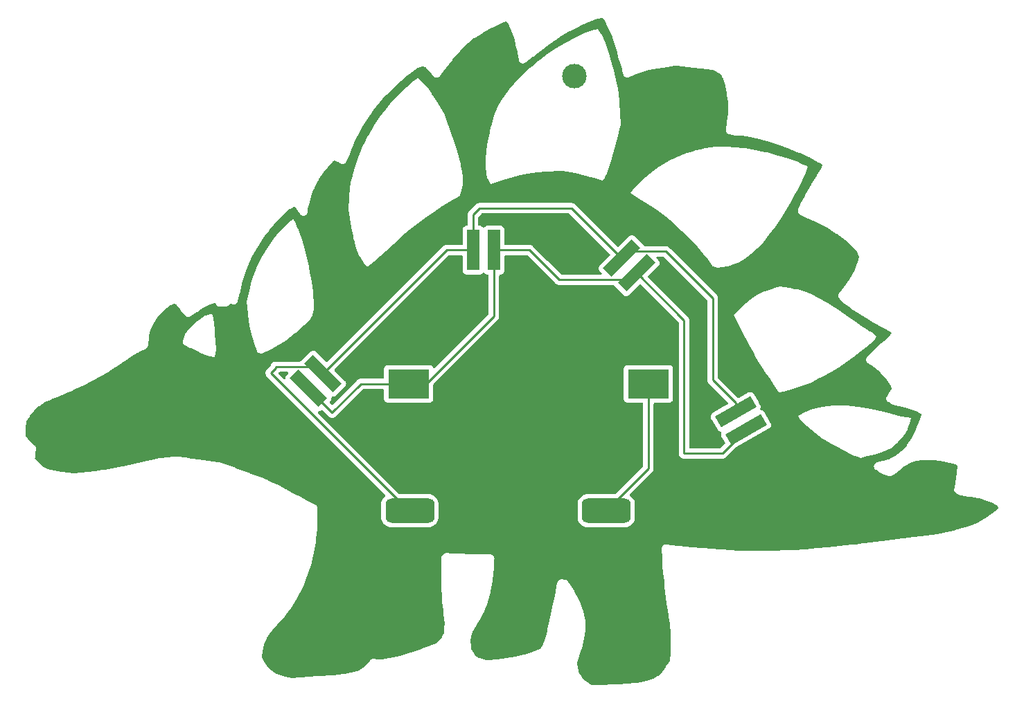
<source format=gbr>
%TF.GenerationSoftware,KiCad,Pcbnew,(6.0.7)*%
%TF.CreationDate,2022-08-20T21:46:31+02:00*%
%TF.ProjectId,demoDino,64656d6f-4469-46e6-9f2e-6b696361645f,rev?*%
%TF.SameCoordinates,Original*%
%TF.FileFunction,Copper,L2,Bot*%
%TF.FilePolarity,Positive*%
%FSLAX46Y46*%
G04 Gerber Fmt 4.6, Leading zero omitted, Abs format (unit mm)*
G04 Created by KiCad (PCBNEW (6.0.7)) date 2022-08-20 21:46:31*
%MOMM*%
%LPD*%
G01*
G04 APERTURE LIST*
G04 Aperture macros list*
%AMRoundRect*
0 Rectangle with rounded corners*
0 $1 Rounding radius*
0 $2 $3 $4 $5 $6 $7 $8 $9 X,Y pos of 4 corners*
0 Add a 4 corners polygon primitive as box body*
4,1,4,$2,$3,$4,$5,$6,$7,$8,$9,$2,$3,0*
0 Add four circle primitives for the rounded corners*
1,1,$1+$1,$2,$3*
1,1,$1+$1,$4,$5*
1,1,$1+$1,$6,$7*
1,1,$1+$1,$8,$9*
0 Add four rect primitives between the rounded corners*
20,1,$1+$1,$2,$3,$4,$5,0*
20,1,$1+$1,$4,$5,$6,$7,0*
20,1,$1+$1,$6,$7,$8,$9,0*
20,1,$1+$1,$8,$9,$2,$3,0*%
%AMRotRect*
0 Rectangle, with rotation*
0 The origin of the aperture is its center*
0 $1 length*
0 $2 width*
0 $3 Rotation angle, in degrees counterclockwise*
0 Add horizontal line*
21,1,$1,$2,0,0,$3*%
G04 Aperture macros list end*
%TA.AperFunction,ComponentPad*%
%ADD10C,3.000000*%
%TD*%
%TA.AperFunction,SMDPad,CuDef*%
%ADD11RoundRect,0.750000X2.250000X0.750000X-2.250000X0.750000X-2.250000X-0.750000X2.250000X-0.750000X0*%
%TD*%
%TA.AperFunction,SMDPad,CuDef*%
%ADD12R,1.524000X5.000000*%
%TD*%
%TA.AperFunction,SMDPad,CuDef*%
%ADD13RotRect,1.524000X5.000000X120.000000*%
%TD*%
%TA.AperFunction,SMDPad,CuDef*%
%ADD14RotRect,1.524000X5.000000X45.000000*%
%TD*%
%TA.AperFunction,SMDPad,CuDef*%
%ADD15RotRect,1.524000X5.000000X135.000000*%
%TD*%
%TA.AperFunction,SMDPad,CuDef*%
%ADD16R,5.000000X3.600000*%
%TD*%
%TA.AperFunction,Conductor*%
%ADD17C,0.250000*%
%TD*%
G04 APERTURE END LIST*
D10*
%TO.P,svg2mod,*%
%TO.N,*%
X91609062Y-32347466D03*
%TD*%
D11*
%TO.P,SW1,1*%
%TO.N,Net-(SW1-Pad1)*%
X95500000Y-85500000D03*
%TO.P,SW1,2*%
%TO.N,Net-(D1-Pad2)*%
X71500000Y-85500000D03*
%TD*%
D12*
%TO.P,D4,1,K*%
%TO.N,Net-(D1-Pad1)*%
X81770000Y-53625000D03*
%TO.P,D4,2,A*%
%TO.N,Net-(D1-Pad2)*%
X79230000Y-53625000D03*
%TD*%
D13*
%TO.P,D3,1,K*%
%TO.N,Net-(D1-Pad1)*%
X112584475Y-75599852D03*
%TO.P,D3,2,A*%
%TO.N,Net-(D1-Pad2)*%
X111314475Y-73400148D03*
%TD*%
D14*
%TO.P,D2,1,K*%
%TO.N,Net-(D1-Pad1)*%
X59110913Y-70525126D03*
%TO.P,D2,2,A*%
%TO.N,Net-(D1-Pad2)*%
X60906964Y-68729075D03*
%TD*%
D15*
%TO.P,D1,1,K*%
%TO.N,Net-(D1-Pad1)*%
X99188880Y-56416253D03*
%TO.P,D1,2,A*%
%TO.N,Net-(D1-Pad2)*%
X97392829Y-54620202D03*
%TD*%
D16*
%TO.P,BT1,2,-*%
%TO.N,Net-(D1-Pad1)*%
X71350000Y-70000000D03*
%TO.P,BT1,1,+*%
%TO.N,Net-(SW1-Pad1)*%
X100650000Y-70000000D03*
%TD*%
D17*
%TO.N,Net-(D1-Pad2)*%
X55106456Y-67893544D02*
X55106456Y-68057919D01*
X60906964Y-68729075D02*
X60729075Y-68729075D01*
X71335625Y-85500000D02*
X71500000Y-85500000D01*
X55106456Y-68057919D02*
X54500000Y-68664375D01*
X60729075Y-68729075D02*
X59893544Y-67893544D01*
X59893544Y-67893544D02*
X55106456Y-67893544D01*
X54500000Y-68664375D02*
X71335625Y-85500000D01*
X97392829Y-54620202D02*
X97392829Y-54607171D01*
X97392829Y-54607171D02*
X98215329Y-53784671D01*
X98215329Y-53784671D02*
X102784671Y-53784671D01*
X102784671Y-53784671D02*
X108500000Y-59500000D01*
X108500000Y-59500000D02*
X108500000Y-69500000D01*
X108500000Y-69500000D02*
X111314475Y-72314475D01*
X111314475Y-72314475D02*
X111314475Y-73400148D01*
X79230000Y-49270000D02*
X80000000Y-48500000D01*
X79230000Y-53625000D02*
X79230000Y-49270000D01*
X80000000Y-48500000D02*
X91272627Y-48500000D01*
X91272627Y-48500000D02*
X97392829Y-54620202D01*
%TO.N,Net-(D1-Pad1)*%
X71350000Y-70000000D02*
X73500000Y-70000000D01*
X73500000Y-70000000D02*
X81770000Y-61730000D01*
X81770000Y-61730000D02*
X81770000Y-53625000D01*
%TO.N,Net-(D1-Pad2)*%
X79230000Y-53625000D02*
X76011039Y-53625000D01*
X76011039Y-53625000D02*
X60906964Y-68729075D01*
%TO.N,Net-(D1-Pad1)*%
X59110913Y-70610913D02*
X62000000Y-73500000D01*
X59110913Y-70525126D02*
X59110913Y-70610913D01*
X62000000Y-73500000D02*
X65500000Y-70000000D01*
X65500000Y-70000000D02*
X71350000Y-70000000D01*
%TO.N,Net-(SW1-Pad1)*%
X100650000Y-70000000D02*
X100650000Y-80350000D01*
X100650000Y-80350000D02*
X95500000Y-85500000D01*
%TO.N,Net-(D1-Pad1)*%
X81770000Y-53625000D02*
X86125000Y-53625000D01*
X86125000Y-53625000D02*
X89751784Y-57251784D01*
X89751784Y-57251784D02*
X98353349Y-57251784D01*
X98353349Y-57251784D02*
X99188880Y-56416253D01*
X105000000Y-62227373D02*
X105000000Y-78500000D01*
X99188880Y-56416253D02*
X105000000Y-62227373D01*
X105000000Y-78500000D02*
X109684327Y-78500000D01*
X109684327Y-78500000D02*
X112584475Y-75599852D01*
%TD*%
%TA.AperFunction,NonConductor*%
G36*
X91026154Y-49153502D02*
G01*
X91047128Y-49170405D01*
X95957403Y-54080680D01*
X95991429Y-54142992D01*
X95986364Y-54213807D01*
X95957403Y-54258870D01*
X94692647Y-55523626D01*
X94653454Y-55572371D01*
X94650187Y-55579558D01*
X94650185Y-55579560D01*
X94631272Y-55621158D01*
X94593167Y-55704967D01*
X94591895Y-55713850D01*
X94591894Y-55713853D01*
X94574099Y-55838116D01*
X94572518Y-55849154D01*
X94593167Y-55993340D01*
X94653454Y-56125936D01*
X94658401Y-56132089D01*
X94658403Y-56132092D01*
X94679191Y-56157946D01*
X94692647Y-56174682D01*
X94921154Y-56403189D01*
X94955180Y-56465501D01*
X94950115Y-56536316D01*
X94907568Y-56593152D01*
X94841048Y-56617963D01*
X94832059Y-56618284D01*
X90066378Y-56618284D01*
X89998257Y-56598282D01*
X89977283Y-56581379D01*
X88313612Y-54917707D01*
X86628652Y-53232747D01*
X86621112Y-53224461D01*
X86617000Y-53217982D01*
X86567348Y-53171356D01*
X86564507Y-53168602D01*
X86544770Y-53148865D01*
X86541573Y-53146385D01*
X86532551Y-53138680D01*
X86519122Y-53126069D01*
X86500321Y-53108414D01*
X86493375Y-53104595D01*
X86493372Y-53104593D01*
X86482566Y-53098652D01*
X86466047Y-53087801D01*
X86465583Y-53087441D01*
X86450041Y-53075386D01*
X86442772Y-53072241D01*
X86442768Y-53072238D01*
X86409463Y-53057826D01*
X86398813Y-53052609D01*
X86360060Y-53031305D01*
X86340437Y-53026267D01*
X86321734Y-53019863D01*
X86310420Y-53014967D01*
X86310419Y-53014967D01*
X86303145Y-53011819D01*
X86295322Y-53010580D01*
X86295312Y-53010577D01*
X86259476Y-53004901D01*
X86247856Y-53002495D01*
X86212711Y-52993472D01*
X86212710Y-52993472D01*
X86205030Y-52991500D01*
X86184776Y-52991500D01*
X86165065Y-52989949D01*
X86152886Y-52988020D01*
X86145057Y-52986780D01*
X86115786Y-52989547D01*
X86101039Y-52990941D01*
X86089181Y-52991500D01*
X83166500Y-52991500D01*
X83098379Y-52971498D01*
X83051886Y-52917842D01*
X83040500Y-52865500D01*
X83040500Y-51076866D01*
X83033745Y-51014684D01*
X82982615Y-50878295D01*
X82895261Y-50761739D01*
X82778705Y-50674385D01*
X82642316Y-50623255D01*
X82580134Y-50616500D01*
X80959866Y-50616500D01*
X80897684Y-50623255D01*
X80761295Y-50674385D01*
X80644739Y-50761739D01*
X80600826Y-50820332D01*
X80543967Y-50862847D01*
X80473148Y-50867873D01*
X80410855Y-50833813D01*
X80399174Y-50820332D01*
X80355261Y-50761739D01*
X80238705Y-50674385D01*
X80102316Y-50623255D01*
X80040134Y-50616500D01*
X79989500Y-50616500D01*
X79921379Y-50596498D01*
X79874886Y-50542842D01*
X79863500Y-50490500D01*
X79863500Y-49584594D01*
X79883502Y-49516473D01*
X79900405Y-49495499D01*
X80225499Y-49170405D01*
X80287811Y-49136379D01*
X80314594Y-49133500D01*
X90958033Y-49133500D01*
X91026154Y-49153502D01*
G37*
%TD.AperFunction*%
%TA.AperFunction,NonConductor*%
G36*
X56618264Y-68547046D02*
G01*
X56664757Y-68600702D01*
X56674861Y-68670976D01*
X56645367Y-68735556D01*
X56639238Y-68742139D01*
X56410731Y-68970646D01*
X56408591Y-68973308D01*
X56376487Y-69013236D01*
X56376485Y-69013239D01*
X56371538Y-69019392D01*
X56311251Y-69151988D01*
X56293377Y-69276798D01*
X56263922Y-69341390D01*
X56204217Y-69379807D01*
X56133220Y-69379847D01*
X56079556Y-69348026D01*
X55485000Y-68753470D01*
X55450974Y-68691158D01*
X55456039Y-68620343D01*
X55485000Y-68575280D01*
X55496331Y-68563949D01*
X55558643Y-68529923D01*
X55585426Y-68527044D01*
X56550143Y-68527044D01*
X56618264Y-68547046D01*
G37*
%TD.AperFunction*%
%TA.AperFunction,NonConductor*%
G36*
X77901621Y-54278502D02*
G01*
X77948114Y-54332158D01*
X77959500Y-54384500D01*
X77959500Y-56173134D01*
X77966255Y-56235316D01*
X78017385Y-56371705D01*
X78104739Y-56488261D01*
X78221295Y-56575615D01*
X78357684Y-56626745D01*
X78419866Y-56633500D01*
X80040134Y-56633500D01*
X80102316Y-56626745D01*
X80238705Y-56575615D01*
X80355261Y-56488261D01*
X80399174Y-56429668D01*
X80456033Y-56387153D01*
X80526852Y-56382127D01*
X80589145Y-56416187D01*
X80600825Y-56429667D01*
X80644739Y-56488261D01*
X80761295Y-56575615D01*
X80897684Y-56626745D01*
X80959866Y-56633500D01*
X81010500Y-56633500D01*
X81078621Y-56653502D01*
X81125114Y-56707158D01*
X81136500Y-56759500D01*
X81136500Y-61415405D01*
X81116498Y-61483526D01*
X81099595Y-61504500D01*
X74534479Y-68069616D01*
X74472167Y-68103642D01*
X74401352Y-68098577D01*
X74344516Y-68056030D01*
X74327402Y-68024750D01*
X74303768Y-67961704D01*
X74303766Y-67961701D01*
X74300615Y-67953295D01*
X74213261Y-67836739D01*
X74096705Y-67749385D01*
X73960316Y-67698255D01*
X73898134Y-67691500D01*
X68801866Y-67691500D01*
X68739684Y-67698255D01*
X68603295Y-67749385D01*
X68486739Y-67836739D01*
X68399385Y-67953295D01*
X68348255Y-68089684D01*
X68341500Y-68151866D01*
X68341500Y-69240500D01*
X68321498Y-69308621D01*
X68267842Y-69355114D01*
X68215500Y-69366500D01*
X65578763Y-69366500D01*
X65567579Y-69365973D01*
X65560091Y-69364299D01*
X65552168Y-69364548D01*
X65492033Y-69366438D01*
X65488075Y-69366500D01*
X65460144Y-69366500D01*
X65456229Y-69366995D01*
X65456225Y-69366995D01*
X65456167Y-69367003D01*
X65456138Y-69367006D01*
X65444296Y-69367939D01*
X65400110Y-69369327D01*
X65382744Y-69374372D01*
X65380658Y-69374978D01*
X65361306Y-69378986D01*
X65349068Y-69380532D01*
X65349066Y-69380533D01*
X65341203Y-69381526D01*
X65300086Y-69397806D01*
X65288885Y-69401641D01*
X65246406Y-69413982D01*
X65239587Y-69418015D01*
X65239582Y-69418017D01*
X65228971Y-69424293D01*
X65211221Y-69432990D01*
X65192383Y-69440448D01*
X65185967Y-69445109D01*
X65185966Y-69445110D01*
X65156625Y-69466428D01*
X65146701Y-69472947D01*
X65115460Y-69491422D01*
X65115455Y-69491426D01*
X65108637Y-69495458D01*
X65094313Y-69509782D01*
X65079281Y-69522621D01*
X65062893Y-69534528D01*
X65045379Y-69555699D01*
X65034712Y-69568593D01*
X65026722Y-69577373D01*
X62089095Y-72515000D01*
X62026783Y-72549026D01*
X61955968Y-72543961D01*
X61910905Y-72515000D01*
X61732398Y-72336493D01*
X61698372Y-72274181D01*
X61703437Y-72203366D01*
X61732398Y-72158303D01*
X61811095Y-72079606D01*
X61835441Y-72049326D01*
X61845339Y-72037016D01*
X61845341Y-72037013D01*
X61850288Y-72030860D01*
X61903853Y-71913048D01*
X61906861Y-71906433D01*
X61906861Y-71906432D01*
X61910575Y-71898264D01*
X61914688Y-71869550D01*
X61929951Y-71762967D01*
X61931224Y-71754078D01*
X61920843Y-71681592D01*
X61930987Y-71611326D01*
X61977510Y-71557697D01*
X62045642Y-71537733D01*
X62063423Y-71539004D01*
X62135916Y-71549386D01*
X62144805Y-71548113D01*
X62271216Y-71530010D01*
X62271219Y-71530009D01*
X62280102Y-71528737D01*
X62294511Y-71522186D01*
X62405510Y-71471718D01*
X62412698Y-71468450D01*
X62418851Y-71463503D01*
X62418854Y-71463501D01*
X62444708Y-71442713D01*
X62461444Y-71429257D01*
X63607146Y-70283555D01*
X63638413Y-70244667D01*
X63641390Y-70240965D01*
X63641392Y-70240962D01*
X63646339Y-70234809D01*
X63706626Y-70102213D01*
X63708434Y-70089594D01*
X63726002Y-69966916D01*
X63727275Y-69958027D01*
X63724279Y-69937107D01*
X63707899Y-69822726D01*
X63707898Y-69822723D01*
X63706626Y-69813840D01*
X63695235Y-69788787D01*
X63649608Y-69688433D01*
X63649606Y-69688431D01*
X63646339Y-69681244D01*
X63607146Y-69632499D01*
X62342390Y-68367743D01*
X62308364Y-68305431D01*
X62313429Y-68234616D01*
X62342390Y-68189553D01*
X76236538Y-54295405D01*
X76298850Y-54261379D01*
X76325633Y-54258500D01*
X77833500Y-54258500D01*
X77901621Y-54278502D01*
G37*
%TD.AperFunction*%
%TA.AperFunction,NonConductor*%
G36*
X102538198Y-54438173D02*
G01*
X102559172Y-54455076D01*
X107829595Y-59725500D01*
X107863621Y-59787812D01*
X107866500Y-59814595D01*
X107866500Y-69421233D01*
X107865973Y-69432416D01*
X107864298Y-69439909D01*
X107864547Y-69447835D01*
X107864547Y-69447836D01*
X107866438Y-69507986D01*
X107866500Y-69511945D01*
X107866500Y-69539856D01*
X107866997Y-69543790D01*
X107866997Y-69543791D01*
X107867005Y-69543856D01*
X107867938Y-69555693D01*
X107869327Y-69599889D01*
X107874978Y-69619339D01*
X107878987Y-69638700D01*
X107881526Y-69658797D01*
X107884445Y-69666168D01*
X107884445Y-69666170D01*
X107897804Y-69699912D01*
X107901649Y-69711142D01*
X107913982Y-69753593D01*
X107918015Y-69760412D01*
X107918017Y-69760417D01*
X107924293Y-69771028D01*
X107932988Y-69788776D01*
X107940448Y-69807617D01*
X107945110Y-69814033D01*
X107945110Y-69814034D01*
X107966436Y-69843387D01*
X107972952Y-69853307D01*
X107995458Y-69891362D01*
X108009779Y-69905683D01*
X108022619Y-69920716D01*
X108034528Y-69937107D01*
X108040634Y-69942158D01*
X108068605Y-69965298D01*
X108077384Y-69973288D01*
X110388602Y-72284506D01*
X110422628Y-72346818D01*
X110417563Y-72417633D01*
X110375016Y-72474469D01*
X110362511Y-72482718D01*
X109929764Y-72732564D01*
X108475428Y-73572225D01*
X108475419Y-73572231D01*
X108472476Y-73573930D01*
X108469735Y-73575936D01*
X108469729Y-73575940D01*
X108428379Y-73606204D01*
X108428377Y-73606206D01*
X108422003Y-73610871D01*
X108416981Y-73616974D01*
X108416980Y-73616975D01*
X108380486Y-73661325D01*
X108329451Y-73723345D01*
X108272188Y-73857274D01*
X108271118Y-73866183D01*
X108271117Y-73866186D01*
X108264380Y-73922271D01*
X108254815Y-74001891D01*
X108256289Y-74010746D01*
X108256289Y-74010749D01*
X108277087Y-74135702D01*
X108278730Y-74145573D01*
X108281915Y-74152793D01*
X108281916Y-74152798D01*
X108288443Y-74167595D01*
X108303971Y-74202801D01*
X108515007Y-74568326D01*
X109112400Y-75603043D01*
X109112406Y-75603052D01*
X109114105Y-75605995D01*
X109116111Y-75608736D01*
X109116115Y-75608742D01*
X109146379Y-75650092D01*
X109151046Y-75656468D01*
X109263520Y-75749020D01*
X109397449Y-75806283D01*
X109406358Y-75807353D01*
X109406361Y-75807354D01*
X109442951Y-75811749D01*
X109470148Y-75815016D01*
X109535396Y-75843000D01*
X109575157Y-75901818D01*
X109576808Y-75972796D01*
X109570974Y-75989652D01*
X109542188Y-76056978D01*
X109524815Y-76201595D01*
X109526289Y-76210450D01*
X109526289Y-76210453D01*
X109540202Y-76294043D01*
X109548730Y-76345277D01*
X109551915Y-76352497D01*
X109551916Y-76352502D01*
X109569685Y-76392789D01*
X109573971Y-76402505D01*
X109625471Y-76491706D01*
X110005835Y-77150516D01*
X110022573Y-77219511D01*
X109999353Y-77286603D01*
X109985812Y-77302611D01*
X109718937Y-77569485D01*
X109458826Y-77829596D01*
X109396514Y-77863621D01*
X109369731Y-77866500D01*
X105759500Y-77866500D01*
X105691379Y-77846498D01*
X105644886Y-77792842D01*
X105633500Y-77740500D01*
X105633500Y-62306141D01*
X105634027Y-62294958D01*
X105635702Y-62287465D01*
X105635167Y-62270426D01*
X105633562Y-62219375D01*
X105633500Y-62215417D01*
X105633500Y-62187517D01*
X105632996Y-62183526D01*
X105632063Y-62171684D01*
X105631463Y-62152572D01*
X105630674Y-62127484D01*
X105628462Y-62119870D01*
X105628461Y-62119865D01*
X105625023Y-62108032D01*
X105621012Y-62088668D01*
X105619467Y-62076437D01*
X105618474Y-62068576D01*
X105615557Y-62061209D01*
X105615556Y-62061204D01*
X105602198Y-62027465D01*
X105598354Y-62016238D01*
X105588230Y-61981395D01*
X105586018Y-61973780D01*
X105575707Y-61956345D01*
X105567012Y-61938597D01*
X105559552Y-61919756D01*
X105533564Y-61883986D01*
X105527048Y-61874066D01*
X105508580Y-61842838D01*
X105508578Y-61842835D01*
X105504542Y-61836011D01*
X105490221Y-61821690D01*
X105477380Y-61806656D01*
X105465472Y-61790266D01*
X105431395Y-61762075D01*
X105422616Y-61754085D01*
X100624306Y-56955775D01*
X100590280Y-56893463D01*
X100595345Y-56822648D01*
X100624306Y-56777585D01*
X101889062Y-55512829D01*
X101896898Y-55503084D01*
X101923306Y-55470239D01*
X101928255Y-55464084D01*
X101955185Y-55404855D01*
X101984828Y-55339657D01*
X101984828Y-55339656D01*
X101988542Y-55331488D01*
X102009191Y-55187301D01*
X101994336Y-55083573D01*
X101989815Y-55052001D01*
X101989814Y-55051998D01*
X101988542Y-55043115D01*
X101974773Y-55012830D01*
X101931523Y-54917707D01*
X101928255Y-54910519D01*
X101923308Y-54904366D01*
X101923306Y-54904363D01*
X101891202Y-54864435D01*
X101889062Y-54861773D01*
X101660555Y-54633266D01*
X101626529Y-54570954D01*
X101631594Y-54500139D01*
X101674141Y-54443303D01*
X101740661Y-54418492D01*
X101749650Y-54418171D01*
X102470077Y-54418171D01*
X102538198Y-54438173D01*
G37*
%TD.AperFunction*%
%TA.AperFunction,NonConductor*%
G36*
X95055439Y-25198241D02*
G01*
X95113589Y-25238974D01*
X95118435Y-25245455D01*
X95353798Y-25582272D01*
X95363523Y-25598718D01*
X95793309Y-26470291D01*
X95796967Y-26478422D01*
X96233152Y-27547604D01*
X96236393Y-27556489D01*
X96562666Y-28567148D01*
X96564210Y-28572303D01*
X96816213Y-29484411D01*
X96817729Y-29490481D01*
X96818282Y-29492954D01*
X96818975Y-29497779D01*
X96820402Y-29502439D01*
X96820402Y-29502440D01*
X96828010Y-29527288D01*
X96828981Y-29530622D01*
X96836380Y-29557403D01*
X96838177Y-29561516D01*
X96839551Y-29565393D01*
X96841273Y-29570608D01*
X97066054Y-30304780D01*
X97066129Y-30305027D01*
X97077918Y-30343817D01*
X97423822Y-31481932D01*
X97437619Y-31527329D01*
X97438754Y-31531297D01*
X97571309Y-32025313D01*
X97583806Y-32071889D01*
X97587546Y-32092625D01*
X97589421Y-32112364D01*
X97592744Y-32120703D01*
X97603324Y-32147255D01*
X97605340Y-32152672D01*
X97605971Y-32154493D01*
X97607130Y-32158815D01*
X97608894Y-32162936D01*
X97608894Y-32162937D01*
X97618128Y-32184514D01*
X97619339Y-32187444D01*
X97643340Y-32247674D01*
X97647359Y-32252813D01*
X97649927Y-32258814D01*
X97691150Y-32308874D01*
X97693137Y-32311349D01*
X97733069Y-32362412D01*
X97738369Y-32366217D01*
X97742518Y-32371255D01*
X97796147Y-32407743D01*
X97798677Y-32409511D01*
X97851394Y-32447355D01*
X97857551Y-32449520D01*
X97862945Y-32453190D01*
X97886065Y-32460671D01*
X97924630Y-32473150D01*
X97927633Y-32474164D01*
X97988804Y-32495674D01*
X97995319Y-32496024D01*
X98001528Y-32498033D01*
X98029349Y-32498825D01*
X98066321Y-32499877D01*
X98069491Y-32500007D01*
X98125290Y-32503003D01*
X98125292Y-32503003D01*
X98134252Y-32503484D01*
X98140607Y-32501990D01*
X98147127Y-32502176D01*
X98155805Y-32499904D01*
X98155808Y-32499904D01*
X98192649Y-32490260D01*
X98209868Y-32485752D01*
X98212931Y-32484992D01*
X98226596Y-32481780D01*
X98243201Y-32477877D01*
X98247702Y-32476052D01*
X98248182Y-32475899D01*
X98254471Y-32474077D01*
X98279350Y-32467564D01*
X98279356Y-32467562D01*
X98288037Y-32465289D01*
X98308402Y-32453067D01*
X98325876Y-32444346D01*
X98776779Y-32261469D01*
X99136991Y-32115375D01*
X99141751Y-32113555D01*
X99868004Y-31852676D01*
X99923068Y-31832896D01*
X99932289Y-31829979D01*
X100790107Y-31594412D01*
X100798102Y-31592495D01*
X101158035Y-31518558D01*
X101776887Y-31391434D01*
X101783275Y-31390292D01*
X102918371Y-31217472D01*
X102920961Y-31217106D01*
X103819326Y-31099355D01*
X104068411Y-31066707D01*
X104097949Y-31066328D01*
X106166977Y-31283709D01*
X106168488Y-31283878D01*
X107836429Y-31481249D01*
X107847896Y-31483147D01*
X108437328Y-31608913D01*
X108826432Y-31691936D01*
X108860156Y-31704375D01*
X109316828Y-31951791D01*
X109359669Y-31989811D01*
X109599315Y-32328614D01*
X109639092Y-32384850D01*
X109654378Y-32413843D01*
X109695657Y-32525283D01*
X109946391Y-33202172D01*
X109950682Y-33216221D01*
X110231141Y-34371763D01*
X110233826Y-34386698D01*
X110264566Y-34646894D01*
X110373160Y-35566077D01*
X110382271Y-35643199D01*
X110383139Y-35657250D01*
X110384997Y-35980200D01*
X110390128Y-36872170D01*
X110389011Y-36889653D01*
X110249281Y-37930930D01*
X110248809Y-37933754D01*
X110248079Y-37936343D01*
X110244650Y-37964681D01*
X110243816Y-37971576D01*
X110243609Y-37973197D01*
X110240407Y-37997063D01*
X110239300Y-38005311D01*
X110239324Y-38007990D01*
X110239057Y-38010907D01*
X110134438Y-38875545D01*
X110133193Y-38883626D01*
X110123453Y-38935540D01*
X110128232Y-38983638D01*
X110128818Y-38993323D01*
X110129873Y-39041645D01*
X110132581Y-39050205D01*
X110133522Y-39055890D01*
X110135584Y-39065923D01*
X110136968Y-39071549D01*
X110137856Y-39080484D01*
X110141216Y-39088811D01*
X110155932Y-39125281D01*
X110159220Y-39134432D01*
X110173797Y-39180521D01*
X110178799Y-39187978D01*
X110181297Y-39193169D01*
X110186119Y-39202271D01*
X110189000Y-39207236D01*
X110192359Y-39215560D01*
X110222290Y-39253494D01*
X110228005Y-39261340D01*
X110254933Y-39301488D01*
X110261823Y-39307239D01*
X110265697Y-39311541D01*
X110272828Y-39318870D01*
X110277021Y-39322859D01*
X110282583Y-39329909D01*
X110321963Y-39357921D01*
X110329646Y-39363846D01*
X110366760Y-39394822D01*
X110374994Y-39398411D01*
X110379896Y-39401438D01*
X110388829Y-39406490D01*
X110393960Y-39409135D01*
X110401275Y-39414339D01*
X110409756Y-39417280D01*
X110409760Y-39417282D01*
X110446921Y-39430168D01*
X110455980Y-39433707D01*
X110492055Y-39449430D01*
X110492060Y-39449431D01*
X110500287Y-39453017D01*
X110553999Y-39459850D01*
X110556689Y-39460192D01*
X110563264Y-39461206D01*
X111244743Y-39584753D01*
X111250579Y-39585954D01*
X111270159Y-39590469D01*
X111270162Y-39590469D01*
X111274904Y-39591563D01*
X111279764Y-39591914D01*
X111279769Y-39591915D01*
X111280485Y-39591967D01*
X111287430Y-39592845D01*
X111287433Y-39592815D01*
X111291883Y-39593299D01*
X111296302Y-39594100D01*
X111300787Y-39594267D01*
X111300791Y-39594267D01*
X111322232Y-39595063D01*
X111326641Y-39595304D01*
X112106150Y-39651660D01*
X112116171Y-39652789D01*
X113107616Y-39804896D01*
X113114374Y-39806122D01*
X114179811Y-40029593D01*
X114186910Y-40031298D01*
X115169622Y-40297669D01*
X115176190Y-40299643D01*
X116523945Y-40744986D01*
X116527367Y-40746172D01*
X117864792Y-41231738D01*
X117868241Y-41233048D01*
X119079580Y-41713421D01*
X119084053Y-41715295D01*
X119205192Y-41768817D01*
X120054332Y-42143988D01*
X120062602Y-42148009D01*
X120277948Y-42262634D01*
X120698736Y-42486613D01*
X120703471Y-42489266D01*
X121380745Y-42888110D01*
X121388117Y-42892803D01*
X121398666Y-42900045D01*
X121398669Y-42900047D01*
X121402674Y-42902796D01*
X121414061Y-42908257D01*
X121423505Y-42913291D01*
X121427829Y-42915838D01*
X121427838Y-42915843D01*
X121431692Y-42918112D01*
X121448798Y-42925143D01*
X121455376Y-42928069D01*
X121859968Y-43122085D01*
X121912743Y-43169576D01*
X121931465Y-43238059D01*
X121916999Y-43294359D01*
X121793679Y-43528772D01*
X121738369Y-43633908D01*
X121733407Y-43642500D01*
X121377552Y-44206263D01*
X121290682Y-44343886D01*
X121286199Y-44350160D01*
X121286209Y-44350167D01*
X121283462Y-44354177D01*
X121280405Y-44357973D01*
X121277972Y-44362188D01*
X121277965Y-44362199D01*
X121266879Y-44381410D01*
X121264312Y-44385661D01*
X121251535Y-44405904D01*
X121249706Y-44409992D01*
X121248795Y-44411691D01*
X121244126Y-44420839D01*
X121207383Y-44484506D01*
X120579175Y-45573063D01*
X120576796Y-45576919D01*
X120574483Y-45579903D01*
X120558134Y-45609483D01*
X120557059Y-45611388D01*
X120541692Y-45638014D01*
X120540290Y-45641510D01*
X120538141Y-45645654D01*
X120178480Y-46296368D01*
X119838240Y-46911945D01*
X119835527Y-46916543D01*
X119833007Y-46919938D01*
X119830739Y-46924250D01*
X119830737Y-46924254D01*
X119817627Y-46949185D01*
X119816420Y-46951425D01*
X119801923Y-46977652D01*
X119800431Y-46981584D01*
X119797981Y-46986543D01*
X119702015Y-47169029D01*
X119246589Y-48035052D01*
X119241116Y-48044450D01*
X119234554Y-48054677D01*
X119232585Y-48059135D01*
X119227280Y-48071142D01*
X119223545Y-48078872D01*
X119216619Y-48092042D01*
X119214155Y-48098968D01*
X119212274Y-48104253D01*
X119208821Y-48112924D01*
X119135735Y-48278354D01*
X118989358Y-48609677D01*
X118986486Y-48615737D01*
X118960846Y-48666308D01*
X118959197Y-48675133D01*
X118952660Y-48710111D01*
X118950111Y-48721033D01*
X118944856Y-48739747D01*
X118938059Y-48763950D01*
X118938155Y-48772923D01*
X118938155Y-48772924D01*
X118938173Y-48774568D01*
X118936035Y-48799068D01*
X118934088Y-48809487D01*
X118934981Y-48818414D01*
X118934981Y-48818418D01*
X118938524Y-48853828D01*
X118939143Y-48865017D01*
X118939622Y-48909599D01*
X118942233Y-48918183D01*
X118942233Y-48918186D01*
X118942710Y-48919755D01*
X118947534Y-48943864D01*
X118948590Y-48954421D01*
X118965298Y-48995743D01*
X118969030Y-49006303D01*
X118982000Y-49048955D01*
X118987814Y-49057836D01*
X118999212Y-49079624D01*
X119003188Y-49089459D01*
X119008755Y-49096504D01*
X119030814Y-49124421D01*
X119037362Y-49133511D01*
X119061787Y-49170817D01*
X119068615Y-49176646D01*
X119068619Y-49176650D01*
X119069859Y-49177708D01*
X119086914Y-49195421D01*
X119093491Y-49203745D01*
X119116576Y-49220142D01*
X119129829Y-49229556D01*
X119138669Y-49236447D01*
X119172570Y-49265386D01*
X119180755Y-49269062D01*
X119228038Y-49290297D01*
X119232708Y-49292510D01*
X119314970Y-49333589D01*
X120167301Y-49759212D01*
X120177326Y-49764803D01*
X120182204Y-49767823D01*
X120182213Y-49767828D01*
X120186346Y-49770386D01*
X120190828Y-49772280D01*
X120204336Y-49777988D01*
X120211565Y-49781316D01*
X120226252Y-49788650D01*
X120237079Y-49792249D01*
X120246366Y-49795748D01*
X121339637Y-50257719D01*
X121350627Y-50263003D01*
X121503469Y-50345835D01*
X122500967Y-50886422D01*
X122509202Y-50891298D01*
X123645754Y-51623976D01*
X123653173Y-51629145D01*
X124691122Y-52409046D01*
X124699216Y-52415672D01*
X125553111Y-53176043D01*
X125563918Y-53186914D01*
X126139596Y-53841250D01*
X126156636Y-53866061D01*
X126353651Y-54242573D01*
X126367012Y-54316829D01*
X126298627Y-54856527D01*
X126291277Y-54885789D01*
X125869183Y-55986862D01*
X125862957Y-56000587D01*
X125228572Y-57202198D01*
X125219247Y-57217208D01*
X124524346Y-58178114D01*
X124519555Y-58184322D01*
X123992590Y-58824949D01*
X123990094Y-58827983D01*
X123977897Y-58840847D01*
X123956980Y-58860008D01*
X123919402Y-58922035D01*
X123881793Y-58983916D01*
X123881698Y-58984272D01*
X123881507Y-58984587D01*
X123862839Y-59054703D01*
X123846570Y-59115465D01*
X123844119Y-59124617D01*
X123844127Y-59124984D01*
X123844032Y-59125342D01*
X123844245Y-59134122D01*
X123844245Y-59134125D01*
X123844675Y-59151808D01*
X123845782Y-59197377D01*
X123847448Y-59270236D01*
X123847560Y-59270589D01*
X123847569Y-59270956D01*
X123850263Y-59279401D01*
X123850263Y-59279403D01*
X123869418Y-59339454D01*
X123869472Y-59339624D01*
X123888672Y-59400111D01*
X123891515Y-59409069D01*
X123891722Y-59409377D01*
X123891833Y-59409725D01*
X123896791Y-59417078D01*
X123896792Y-59417080D01*
X123923139Y-59456154D01*
X123932284Y-59469716D01*
X123972776Y-59529952D01*
X123997590Y-59550619D01*
X124009334Y-59561754D01*
X124195407Y-59762405D01*
X124306956Y-59882693D01*
X124310808Y-59887364D01*
X124313359Y-59892160D01*
X124338295Y-59917702D01*
X124359634Y-59939559D01*
X124361835Y-59941871D01*
X124380086Y-59961552D01*
X124383562Y-59964367D01*
X124384836Y-59965559D01*
X124387788Y-59968448D01*
X124388144Y-59968760D01*
X124391543Y-59972242D01*
X124395443Y-59975164D01*
X124395446Y-59975166D01*
X124412752Y-59988130D01*
X124416518Y-59991064D01*
X124457630Y-60024366D01*
X124457637Y-60024370D01*
X124464608Y-60030017D01*
X124471835Y-60033042D01*
X124480165Y-60038628D01*
X124659258Y-60172785D01*
X125354967Y-60693934D01*
X125364772Y-60702085D01*
X125366578Y-60703748D01*
X125366586Y-60703755D01*
X125370165Y-60707050D01*
X125374213Y-60709759D01*
X125389072Y-60719703D01*
X125394520Y-60723562D01*
X125410262Y-60735354D01*
X125414194Y-60737506D01*
X125414198Y-60737508D01*
X125417375Y-60739246D01*
X125426972Y-60745067D01*
X126668024Y-61575620D01*
X126674080Y-61580199D01*
X126674095Y-61580179D01*
X126678034Y-61583039D01*
X126681744Y-61586197D01*
X126685897Y-61588748D01*
X126685902Y-61588751D01*
X126704959Y-61600454D01*
X126709069Y-61603089D01*
X126729134Y-61616517D01*
X126733161Y-61618450D01*
X126735265Y-61619651D01*
X126743760Y-61624282D01*
X127309980Y-61972005D01*
X128074982Y-62441802D01*
X128085658Y-62449141D01*
X128091063Y-62453281D01*
X128111508Y-62464428D01*
X128117095Y-62467665D01*
X128130449Y-62475866D01*
X128130453Y-62475868D01*
X128134273Y-62478214D01*
X128138386Y-62479994D01*
X128138393Y-62479998D01*
X128141251Y-62481235D01*
X128151514Y-62486241D01*
X128253814Y-62542018D01*
X129325661Y-63126422D01*
X129330078Y-63128997D01*
X129333374Y-63131418D01*
X129337689Y-63133659D01*
X129337695Y-63133663D01*
X129362871Y-63146739D01*
X129365112Y-63147932D01*
X129391554Y-63162349D01*
X129395371Y-63163772D01*
X129400144Y-63166099D01*
X130277017Y-63621553D01*
X130328250Y-63670702D01*
X130344777Y-63739749D01*
X130326263Y-63799380D01*
X130211135Y-63986560D01*
X130191681Y-64010853D01*
X129464059Y-64718846D01*
X129125645Y-65048131D01*
X129124488Y-65049243D01*
X127436161Y-66650683D01*
X127431579Y-66654820D01*
X127387548Y-66692650D01*
X127365758Y-66726163D01*
X127363950Y-66728943D01*
X127357122Y-66738446D01*
X127330248Y-66772398D01*
X127325776Y-66783432D01*
X127314635Y-66804789D01*
X127308149Y-66814764D01*
X127305566Y-66823358D01*
X127305565Y-66823359D01*
X127295685Y-66856225D01*
X127291795Y-66867274D01*
X127275536Y-66907389D01*
X127274635Y-66916318D01*
X127274341Y-66919230D01*
X127269643Y-66942853D01*
X127268801Y-66945653D01*
X127268800Y-66945659D01*
X127266216Y-66954255D01*
X127266148Y-66963235D01*
X127266148Y-66963236D01*
X127265889Y-66997543D01*
X127265256Y-67009241D01*
X127260910Y-67052311D01*
X127262552Y-67061138D01*
X127263087Y-67064013D01*
X127265208Y-67088006D01*
X127265118Y-67099909D01*
X127267573Y-67108544D01*
X127267573Y-67108547D01*
X127276954Y-67141549D01*
X127279630Y-67152957D01*
X127287546Y-67195512D01*
X127291597Y-67203518D01*
X127291598Y-67203522D01*
X127292922Y-67206138D01*
X127301690Y-67228567D01*
X127302490Y-67231380D01*
X127304945Y-67240016D01*
X127309723Y-67247613D01*
X127309724Y-67247615D01*
X127327990Y-67276657D01*
X127333757Y-67286849D01*
X127353304Y-67325482D01*
X127361278Y-67333992D01*
X127361445Y-67334170D01*
X127376158Y-67353240D01*
X127382494Y-67363313D01*
X127414895Y-67392011D01*
X127423293Y-67400177D01*
X127446759Y-67425221D01*
X127446762Y-67425223D01*
X127452897Y-67431771D01*
X127460618Y-67436330D01*
X127460626Y-67436337D01*
X127506475Y-67463412D01*
X127510441Y-67465854D01*
X128210539Y-67914993D01*
X128222446Y-67923653D01*
X128307899Y-67993796D01*
X129052383Y-68604899D01*
X129067146Y-68619185D01*
X129322615Y-68910356D01*
X129813342Y-69469664D01*
X129825398Y-69485858D01*
X130297880Y-70239862D01*
X130314360Y-70280584D01*
X130371764Y-70550795D01*
X130366355Y-70621585D01*
X130355258Y-70643925D01*
X130049788Y-71130980D01*
X130047523Y-71134463D01*
X129846230Y-71433068D01*
X129841489Y-71439324D01*
X129836545Y-71443702D01*
X129802409Y-71497963D01*
X129800283Y-71501227D01*
X129786154Y-71522186D01*
X129784198Y-71526226D01*
X129781966Y-71530106D01*
X129781850Y-71530039D01*
X129779052Y-71535089D01*
X129758982Y-71566991D01*
X129754186Y-71583858D01*
X129746399Y-71604299D01*
X129738754Y-71620088D01*
X129737268Y-71628938D01*
X129732511Y-71657256D01*
X129729447Y-71670845D01*
X129721596Y-71698453D01*
X129721595Y-71698461D01*
X129719140Y-71707094D01*
X129719207Y-71716072D01*
X129719270Y-71724636D01*
X129717533Y-71746438D01*
X129714628Y-71763733D01*
X129715686Y-71772647D01*
X129719067Y-71801143D01*
X129719942Y-71815050D01*
X129720221Y-71852748D01*
X129722802Y-71861337D01*
X129722803Y-71861344D01*
X129725269Y-71869550D01*
X129729721Y-71890962D01*
X129730729Y-71899458D01*
X129730731Y-71899465D01*
X129731788Y-71908376D01*
X129735305Y-71916635D01*
X129746549Y-71943040D01*
X129751291Y-71956143D01*
X129762139Y-71992243D01*
X129767031Y-71999768D01*
X129767032Y-71999771D01*
X129771697Y-72006947D01*
X129781980Y-72026248D01*
X129788854Y-72042390D01*
X129812766Y-72071537D01*
X129820976Y-72082756D01*
X129841524Y-72114366D01*
X129854828Y-72125799D01*
X129870115Y-72141440D01*
X129881240Y-72155000D01*
X129888650Y-72160061D01*
X129888652Y-72160063D01*
X129912354Y-72176252D01*
X129920862Y-72182780D01*
X129922712Y-72184137D01*
X129926406Y-72187311D01*
X129947505Y-72200406D01*
X129952083Y-72203389D01*
X130001518Y-72237154D01*
X130010037Y-72239928D01*
X130020818Y-72245905D01*
X130275561Y-72404004D01*
X130327720Y-72436375D01*
X130343023Y-72447549D01*
X130355410Y-72458110D01*
X130355413Y-72458112D01*
X130362242Y-72463934D01*
X130396722Y-72479393D01*
X130398171Y-72480098D01*
X130399627Y-72481002D01*
X130403664Y-72482772D01*
X130430153Y-72494387D01*
X130431079Y-72494797D01*
X130464366Y-72509721D01*
X130466022Y-72510174D01*
X130467535Y-72510776D01*
X130491022Y-72521074D01*
X130491024Y-72521075D01*
X130499245Y-72524679D01*
X130528181Y-72528424D01*
X130545247Y-72531846D01*
X131988794Y-72926724D01*
X131992387Y-72927765D01*
X133325303Y-73336004D01*
X133341366Y-73342153D01*
X133937634Y-73618478D01*
X133991029Y-73665268D01*
X134010652Y-73733499D01*
X134005041Y-73769987D01*
X133824008Y-74356012D01*
X133821769Y-74362606D01*
X133383407Y-75544129D01*
X133377535Y-75557516D01*
X132848742Y-76594878D01*
X132840660Y-76608532D01*
X132233957Y-77500260D01*
X132222925Y-77514238D01*
X131558582Y-78243466D01*
X131543490Y-78257525D01*
X130843587Y-78809801D01*
X130823051Y-78822994D01*
X130109775Y-79188933D01*
X130082772Y-79199076D01*
X129866159Y-79253139D01*
X129329418Y-79387100D01*
X129324672Y-79388140D01*
X129320726Y-79388574D01*
X129288375Y-79397320D01*
X129286097Y-79397912D01*
X129260988Y-79404178D01*
X129260975Y-79404182D01*
X129256637Y-79405265D01*
X129252980Y-79406755D01*
X129248139Y-79408199D01*
X128639638Y-79572714D01*
X128621902Y-79576167D01*
X128603511Y-79578394D01*
X128603509Y-79578394D01*
X128594603Y-79579473D01*
X128560544Y-79594074D01*
X128560341Y-79594153D01*
X128560083Y-79594223D01*
X128527828Y-79608100D01*
X128460728Y-79636866D01*
X128460470Y-79637079D01*
X128460165Y-79637210D01*
X128453267Y-79642913D01*
X128453261Y-79642916D01*
X128404555Y-79683179D01*
X128404432Y-79683282D01*
X128355141Y-79723922D01*
X128355138Y-79723925D01*
X128348344Y-79729527D01*
X128348156Y-79729803D01*
X128347900Y-79730015D01*
X128307197Y-79790085D01*
X128271480Y-79842650D01*
X128271479Y-79842653D01*
X128266483Y-79850005D01*
X128266381Y-79850321D01*
X128266194Y-79850597D01*
X128263470Y-79859072D01*
X128243956Y-79919772D01*
X128243907Y-79919925D01*
X128224470Y-79980122D01*
X128224469Y-79980126D01*
X128221728Y-79988616D01*
X128221719Y-79988946D01*
X128221616Y-79989266D01*
X128221378Y-79998216D01*
X128221378Y-79998218D01*
X128219687Y-80061929D01*
X128219682Y-80062092D01*
X128219245Y-80077808D01*
X128217674Y-80134217D01*
X128217759Y-80134540D01*
X128217750Y-80134873D01*
X128220036Y-80143538D01*
X128220036Y-80143539D01*
X128226912Y-80169603D01*
X128236327Y-80205290D01*
X128254649Y-80275103D01*
X128254819Y-80275386D01*
X128254905Y-80275712D01*
X128292516Y-80338113D01*
X128329679Y-80399950D01*
X128329925Y-80400177D01*
X128330096Y-80400461D01*
X128383421Y-80449532D01*
X128408702Y-80472856D01*
X128411937Y-80475841D01*
X128412160Y-80475990D01*
X128412333Y-80476138D01*
X128437278Y-80499093D01*
X128465443Y-80513026D01*
X128479743Y-80521310D01*
X128881804Y-80790921D01*
X128975353Y-80853652D01*
X129011371Y-80877805D01*
X129027518Y-80890669D01*
X129042756Y-80905000D01*
X129076534Y-80922168D01*
X129081625Y-80924916D01*
X129085216Y-80927324D01*
X129110920Y-80939692D01*
X129111390Y-80939918D01*
X129113847Y-80941133D01*
X129142528Y-80955710D01*
X129146662Y-80957061D01*
X129151738Y-80959332D01*
X129173997Y-80970041D01*
X129183233Y-80974485D01*
X129202483Y-80977670D01*
X129207743Y-80978540D01*
X129226306Y-80983080D01*
X130007832Y-81238405D01*
X130015975Y-81241379D01*
X130055446Y-81257355D01*
X130055450Y-81257356D01*
X130063769Y-81260723D01*
X130113035Y-81265672D01*
X130122183Y-81266930D01*
X130170987Y-81275485D01*
X130179905Y-81274491D01*
X130188881Y-81274772D01*
X130188880Y-81274797D01*
X130190797Y-81274786D01*
X130190796Y-81274761D01*
X130199765Y-81274383D01*
X130208697Y-81275280D01*
X130257394Y-81266198D01*
X130266519Y-81264840D01*
X130291109Y-81262100D01*
X130306830Y-81260349D01*
X130306831Y-81260349D01*
X130315749Y-81259355D01*
X130324030Y-81255898D01*
X130332722Y-81253649D01*
X130332728Y-81253673D01*
X130334567Y-81253125D01*
X130334559Y-81253100D01*
X130343061Y-81250220D01*
X130351885Y-81248574D01*
X130359893Y-81244518D01*
X130359895Y-81244517D01*
X130396057Y-81226199D01*
X130404455Y-81222325D01*
X130441884Y-81206701D01*
X130441885Y-81206700D01*
X130450165Y-81203244D01*
X130493383Y-81168300D01*
X130499050Y-81163977D01*
X130621138Y-81076201D01*
X131217415Y-80647501D01*
X131222639Y-80643941D01*
X131224471Y-80642759D01*
X131228755Y-80640441D01*
X131253489Y-80621621D01*
X131256164Y-80619642D01*
X131278855Y-80603329D01*
X131282088Y-80600222D01*
X131284959Y-80597831D01*
X131289293Y-80594380D01*
X131920506Y-80114111D01*
X131934191Y-80105043D01*
X132640540Y-79700581D01*
X132650554Y-79695427D01*
X133330547Y-79383054D01*
X133377595Y-79371673D01*
X134198973Y-79335472D01*
X134456180Y-79324136D01*
X134465857Y-79324082D01*
X134715971Y-79332284D01*
X135577929Y-79360549D01*
X135589625Y-79361479D01*
X136848769Y-79521035D01*
X136858981Y-79522758D01*
X137106488Y-79575078D01*
X137925428Y-79748194D01*
X137946321Y-79754545D01*
X138348590Y-79916077D01*
X138404351Y-79960022D01*
X138427501Y-80027138D01*
X138427146Y-80044125D01*
X138365170Y-80743447D01*
X138364776Y-80747244D01*
X138257327Y-81648298D01*
X138256100Y-81656355D01*
X138203494Y-81940000D01*
X138134546Y-82311765D01*
X138129022Y-82341548D01*
X138128523Y-82344093D01*
X138046390Y-82740833D01*
X138034602Y-82797772D01*
X138033269Y-82803525D01*
X138018659Y-82860448D01*
X138018958Y-82869419D01*
X138020076Y-82903029D01*
X138019905Y-82915015D01*
X138017268Y-82957559D01*
X138020047Y-82969838D01*
X138023085Y-82993458D01*
X138023503Y-83006025D01*
X138026306Y-83014548D01*
X138026308Y-83014558D01*
X138036818Y-83046512D01*
X138040017Y-83058063D01*
X138049424Y-83099623D01*
X138053782Y-83107468D01*
X138053784Y-83107473D01*
X138055533Y-83110621D01*
X138065082Y-83132447D01*
X138069010Y-83144391D01*
X138074095Y-83151788D01*
X138093154Y-83179514D01*
X138099455Y-83189683D01*
X138120159Y-83226952D01*
X138129115Y-83235799D01*
X138144395Y-83254054D01*
X138151523Y-83264423D01*
X138184559Y-83291361D01*
X138193463Y-83299357D01*
X138223788Y-83329310D01*
X138231686Y-83333571D01*
X138231689Y-83333573D01*
X138279154Y-83359179D01*
X138282985Y-83361333D01*
X138611582Y-83553692D01*
X138618490Y-83558042D01*
X138646893Y-83577241D01*
X138662297Y-83587654D01*
X138708247Y-83602370D01*
X138717412Y-83605702D01*
X138762092Y-83623930D01*
X138771019Y-83624852D01*
X138771021Y-83624852D01*
X138799490Y-83627791D01*
X138818719Y-83629776D01*
X138825276Y-83630628D01*
X139782218Y-83780620D01*
X140039693Y-83820977D01*
X140044100Y-83821748D01*
X141502887Y-84103789D01*
X141517475Y-84107526D01*
X142570187Y-84445509D01*
X142593525Y-84455708D01*
X142744137Y-84540604D01*
X143204969Y-84800363D01*
X143242363Y-84832521D01*
X143362578Y-84986288D01*
X143407696Y-85043998D01*
X143414530Y-85052740D01*
X143440728Y-85118726D01*
X143441228Y-85133376D01*
X143440607Y-85159135D01*
X143440084Y-85180809D01*
X143418445Y-85248427D01*
X143397726Y-85272037D01*
X143008895Y-85616889D01*
X142995770Y-85627066D01*
X141837725Y-86408520D01*
X141828448Y-86414213D01*
X141242947Y-86739567D01*
X140769312Y-87002758D01*
X140755693Y-87009290D01*
X139924130Y-87348414D01*
X139917748Y-87350816D01*
X139053049Y-87649825D01*
X139046247Y-87651964D01*
X138128382Y-87912208D01*
X138122007Y-87913836D01*
X138005608Y-87940358D01*
X137109641Y-88144506D01*
X137104285Y-88145605D01*
X135957329Y-88355065D01*
X135953221Y-88355745D01*
X134633552Y-88551934D01*
X134630631Y-88552334D01*
X133098271Y-88743614D01*
X133097415Y-88743718D01*
X131808199Y-88895696D01*
X131807603Y-88895744D01*
X131806915Y-88895721D01*
X131804982Y-88895955D01*
X131804972Y-88895956D01*
X131768353Y-88900393D01*
X131767950Y-88900441D01*
X131756329Y-88901811D01*
X131732961Y-88904566D01*
X131732299Y-88904742D01*
X131731713Y-88904833D01*
X130478627Y-89056666D01*
X130477973Y-89056721D01*
X130477242Y-89056699D01*
X130438846Y-89061487D01*
X130403439Y-89065777D01*
X130402726Y-89065969D01*
X130402091Y-89066070D01*
X129305033Y-89202868D01*
X129303933Y-89202965D01*
X129302728Y-89202936D01*
X129299471Y-89203361D01*
X129299460Y-89203362D01*
X129265162Y-89207838D01*
X129264548Y-89207917D01*
X129248788Y-89209882D01*
X129233306Y-89211812D01*
X129233297Y-89211814D01*
X129230093Y-89212213D01*
X129228934Y-89212529D01*
X129227840Y-89212708D01*
X129043127Y-89236812D01*
X128441261Y-89315354D01*
X128441166Y-89315362D01*
X128441024Y-89315359D01*
X128440613Y-89315413D01*
X128440612Y-89315413D01*
X128401510Y-89320541D01*
X128401429Y-89320552D01*
X128365862Y-89325193D01*
X128365736Y-89325229D01*
X128365620Y-89325248D01*
X127840634Y-89394097D01*
X126917637Y-89515143D01*
X126916533Y-89515282D01*
X125983133Y-89627903D01*
X125460309Y-89690985D01*
X125458979Y-89691138D01*
X124029927Y-89848174D01*
X124028550Y-89848318D01*
X122628245Y-89986641D01*
X122626813Y-89986774D01*
X121257312Y-90106285D01*
X121255815Y-90106407D01*
X119919082Y-90207016D01*
X119917508Y-90207124D01*
X119589495Y-90227687D01*
X118615555Y-90288743D01*
X118614036Y-90288828D01*
X117349648Y-90351337D01*
X117348790Y-90351379D01*
X117347025Y-90351454D01*
X116120638Y-90394848D01*
X116118809Y-90394899D01*
X115655538Y-90404345D01*
X114933231Y-90419071D01*
X114931201Y-90419096D01*
X113788483Y-90423977D01*
X113786285Y-90423967D01*
X112688518Y-90409506D01*
X112686122Y-90409452D01*
X111635343Y-90375607D01*
X111632711Y-90375494D01*
X110631234Y-90322258D01*
X110628320Y-90322070D01*
X109672160Y-90248990D01*
X109671248Y-90248917D01*
X109171518Y-90207072D01*
X108599395Y-90159165D01*
X108598148Y-90159016D01*
X108596816Y-90158702D01*
X108593168Y-90158420D01*
X108593166Y-90158420D01*
X108559323Y-90155806D01*
X108558517Y-90155741D01*
X108536516Y-90153900D01*
X108524216Y-90152870D01*
X108522864Y-90152950D01*
X108521577Y-90152892D01*
X107273992Y-90056557D01*
X107272854Y-90056428D01*
X107271644Y-90056150D01*
X107268292Y-90055911D01*
X107268283Y-90055910D01*
X107248062Y-90054469D01*
X107233890Y-90053458D01*
X107233353Y-90053418D01*
X107215833Y-90052066D01*
X107202047Y-90051001D01*
X107202040Y-90051001D01*
X107198715Y-90050744D01*
X107197480Y-90050825D01*
X107196323Y-90050780D01*
X105989180Y-89964723D01*
X105988292Y-89964657D01*
X104407712Y-89840736D01*
X104403738Y-89840361D01*
X103441563Y-89734169D01*
X103433784Y-89733064D01*
X102910412Y-89641992D01*
X102902156Y-89640268D01*
X102860186Y-89630031D01*
X102860184Y-89630031D01*
X102851460Y-89627903D01*
X102842490Y-89628309D01*
X102842488Y-89628309D01*
X102802577Y-89630116D01*
X102793094Y-89630188D01*
X102766190Y-89629380D01*
X102744184Y-89628718D01*
X102735496Y-89630978D01*
X102727886Y-89631835D01*
X102722459Y-89632655D01*
X102714921Y-89634085D01*
X102705951Y-89634491D01*
X102697457Y-89637398D01*
X102659658Y-89650334D01*
X102650575Y-89653065D01*
X102611904Y-89663122D01*
X102611901Y-89663123D01*
X102603216Y-89665382D01*
X102595513Y-89669988D01*
X102588431Y-89672955D01*
X102583479Y-89675252D01*
X102576632Y-89678747D01*
X102568140Y-89681653D01*
X102560807Y-89686825D01*
X102560804Y-89686826D01*
X102528147Y-89709857D01*
X102520196Y-89715027D01*
X102478205Y-89740137D01*
X102472103Y-89746722D01*
X102466131Y-89751563D01*
X102462025Y-89755155D01*
X102456437Y-89760429D01*
X102449105Y-89765599D01*
X102418633Y-89803896D01*
X102412463Y-89811078D01*
X102385298Y-89840391D01*
X102385296Y-89840393D01*
X102379199Y-89846973D01*
X102375193Y-89855001D01*
X102370837Y-89861298D01*
X102367897Y-89865911D01*
X102364008Y-89872551D01*
X102358416Y-89879579D01*
X102355023Y-89887891D01*
X102355022Y-89887892D01*
X102339925Y-89924872D01*
X102336013Y-89933510D01*
X102318166Y-89969272D01*
X102318164Y-89969277D01*
X102314159Y-89977303D01*
X102312567Y-89986134D01*
X102310158Y-89993387D01*
X102308616Y-89998690D01*
X102306756Y-90006118D01*
X102303362Y-90014432D01*
X102302438Y-90023362D01*
X102298325Y-90063111D01*
X102296996Y-90072490D01*
X102288312Y-90120649D01*
X102289263Y-90129577D01*
X102294263Y-90176534D01*
X102294805Y-90183409D01*
X102354934Y-91353330D01*
X102384289Y-91924471D01*
X102391341Y-92061689D01*
X102391490Y-92067852D01*
X102391119Y-92072463D01*
X102391480Y-92077311D01*
X102393520Y-92104729D01*
X102393701Y-92107612D01*
X102395201Y-92136798D01*
X102396061Y-92141185D01*
X102396122Y-92141679D01*
X102396719Y-92147720D01*
X102478966Y-93252983D01*
X102479278Y-93259377D01*
X102479317Y-93261049D01*
X102479056Y-93265899D01*
X102482196Y-93296972D01*
X102482486Y-93300283D01*
X102484574Y-93328345D01*
X102485538Y-93332726D01*
X102486000Y-93335882D01*
X102486690Y-93341462D01*
X102586266Y-94327053D01*
X102624349Y-94703993D01*
X102624668Y-94708459D01*
X102624535Y-94712201D01*
X102625113Y-94717033D01*
X102628552Y-94745799D01*
X102628805Y-94748093D01*
X102631888Y-94778610D01*
X102632785Y-94782230D01*
X102633453Y-94786794D01*
X102716678Y-95482871D01*
X102800842Y-96186814D01*
X102801309Y-96191962D01*
X102801247Y-96196084D01*
X102801922Y-96200897D01*
X102801922Y-96200901D01*
X102805852Y-96228936D01*
X102806181Y-96231467D01*
X102809753Y-96261341D01*
X102810815Y-96265315D01*
X102811691Y-96270584D01*
X102874615Y-96719438D01*
X102982386Y-97488196D01*
X102982992Y-97495634D01*
X102983031Y-97495630D01*
X102983519Y-97500466D01*
X102983632Y-97505343D01*
X102984495Y-97510147D01*
X102988476Y-97532312D01*
X102989241Y-97537094D01*
X102992618Y-97561186D01*
X102993865Y-97565496D01*
X102994478Y-97568367D01*
X102996533Y-97577163D01*
X103043470Y-97838466D01*
X103114769Y-98235389D01*
X103147275Y-98416355D01*
X103148118Y-98421706D01*
X103267239Y-99300414D01*
X103268097Y-99308889D01*
X103353968Y-100586330D01*
X103354208Y-100591438D01*
X103389314Y-101914028D01*
X103389295Y-101921352D01*
X103357636Y-102922748D01*
X103357130Y-102930723D01*
X103264134Y-103906364D01*
X103243606Y-103964204D01*
X103152862Y-104100593D01*
X102823895Y-104595029D01*
X102819849Y-104600756D01*
X102599082Y-104895411D01*
X102331725Y-105252249D01*
X102317218Y-105268476D01*
X101829176Y-105727550D01*
X101805957Y-105744827D01*
X101221046Y-106083317D01*
X101196924Y-106094078D01*
X100397611Y-106354181D01*
X100380206Y-106358503D01*
X99269525Y-106551617D01*
X99259430Y-106552954D01*
X97767704Y-106689537D01*
X97762609Y-106689900D01*
X97180469Y-106719478D01*
X95824409Y-106788378D01*
X95823048Y-106788439D01*
X95380991Y-106805953D01*
X93837931Y-106867088D01*
X93772201Y-106851579D01*
X93568060Y-106739253D01*
X93556177Y-106731825D01*
X93496224Y-106689537D01*
X92732716Y-106151001D01*
X92703742Y-106122558D01*
X92257877Y-105514681D01*
X92238116Y-105474033D01*
X92003463Y-104633312D01*
X91999934Y-104616124D01*
X91942624Y-104187150D01*
X91947485Y-104132138D01*
X92484134Y-102451505D01*
X92488614Y-102439588D01*
X92489615Y-102437286D01*
X92489616Y-102437282D01*
X92491556Y-102432822D01*
X92497294Y-102410879D01*
X92499166Y-102404426D01*
X92503769Y-102390012D01*
X92505131Y-102385747D01*
X92505874Y-102381334D01*
X92505876Y-102381327D01*
X92506490Y-102377680D01*
X92508839Y-102366730D01*
X92595347Y-102035910D01*
X92813158Y-101202960D01*
X92813879Y-101200320D01*
X92821879Y-101172233D01*
X92821879Y-101172231D01*
X92823213Y-101167549D01*
X92823809Y-101162723D01*
X92823930Y-101162129D01*
X92824068Y-101161235D01*
X92824613Y-101159154D01*
X92828829Y-101122171D01*
X92828963Y-101121041D01*
X92860842Y-100863218D01*
X92957074Y-100084924D01*
X92957419Y-100083129D01*
X92958164Y-100081363D01*
X92966707Y-100007063D01*
X92966834Y-100005995D01*
X92969908Y-99981128D01*
X92970408Y-99977087D01*
X92970377Y-99975435D01*
X92970392Y-99975015D01*
X92970948Y-99970177D01*
X92969705Y-99939128D01*
X92969628Y-99936535D01*
X92969498Y-99929752D01*
X92968318Y-99868334D01*
X92966988Y-99864093D01*
X92966515Y-99859411D01*
X92963451Y-99782819D01*
X92929585Y-98936443D01*
X92929676Y-98932260D01*
X92930577Y-98928337D01*
X92926525Y-98859417D01*
X92926409Y-98857061D01*
X92925453Y-98833166D01*
X92925453Y-98833162D01*
X92925273Y-98828675D01*
X92924619Y-98825123D01*
X92924332Y-98821752D01*
X92924294Y-98821474D01*
X92924008Y-98816612D01*
X92922978Y-98811855D01*
X92922977Y-98811847D01*
X92917983Y-98788780D01*
X92917216Y-98784955D01*
X92907186Y-98730528D01*
X92905560Y-98721703D01*
X92902643Y-98715914D01*
X92900608Y-98708529D01*
X92879237Y-98609811D01*
X92703355Y-97797397D01*
X92703247Y-97796650D01*
X92703298Y-97795900D01*
X92685085Y-97712999D01*
X92685004Y-97712626D01*
X92680574Y-97692165D01*
X92680570Y-97692153D01*
X92680238Y-97690618D01*
X92680064Y-97690151D01*
X92679282Y-97686589D01*
X92667630Y-97656613D01*
X92666956Y-97654838D01*
X92652744Y-97616551D01*
X92642384Y-97588644D01*
X92640403Y-97585982D01*
X92638997Y-97582951D01*
X92251585Y-96586299D01*
X92250287Y-96582808D01*
X92241523Y-96558124D01*
X92239894Y-96553536D01*
X92237579Y-96549254D01*
X92237414Y-96548883D01*
X92235808Y-96545712D01*
X92234466Y-96542260D01*
X92218372Y-96513688D01*
X92217318Y-96511779D01*
X92046640Y-96196084D01*
X91620802Y-95408430D01*
X91616801Y-95400352D01*
X91609860Y-95384967D01*
X91602553Y-95373772D01*
X91597226Y-95364824D01*
X91594469Y-95359725D01*
X91592337Y-95355781D01*
X91581783Y-95341543D01*
X91577497Y-95335385D01*
X90908122Y-94309876D01*
X90830180Y-94190467D01*
X90825198Y-94182151D01*
X90806004Y-94147127D01*
X90801689Y-94139253D01*
X90764828Y-94102422D01*
X90759210Y-94096431D01*
X90730960Y-94064255D01*
X90724817Y-94057259D01*
X90717235Y-94052445D01*
X90711281Y-94047348D01*
X90705001Y-94042645D01*
X90698651Y-94036300D01*
X90690194Y-94031674D01*
X90652947Y-94011302D01*
X90645865Y-94007123D01*
X90609435Y-93983989D01*
X90609434Y-93983988D01*
X90601857Y-93979177D01*
X90593232Y-93976685D01*
X90586091Y-93973466D01*
X90578736Y-93970712D01*
X90570860Y-93966404D01*
X90519957Y-93955234D01*
X90512002Y-93953214D01*
X90461924Y-93938744D01*
X90409014Y-93938913D01*
X90400862Y-93938675D01*
X90108868Y-93920679D01*
X90089380Y-93917938D01*
X90066557Y-93912884D01*
X90028569Y-93915415D01*
X90025405Y-93915536D01*
X90022535Y-93915359D01*
X90018071Y-93915720D01*
X90018067Y-93915720D01*
X89991177Y-93917894D01*
X89989403Y-93918025D01*
X89959979Y-93919986D01*
X89921222Y-93922569D01*
X89917779Y-93923830D01*
X89914117Y-93924126D01*
X89906781Y-93926931D01*
X89906780Y-93926931D01*
X89850260Y-93948541D01*
X89848588Y-93949167D01*
X89791802Y-93969961D01*
X89791800Y-93969962D01*
X89784446Y-93972655D01*
X89781493Y-93974833D01*
X89778064Y-93976144D01*
X89771822Y-93980886D01*
X89723637Y-94017491D01*
X89722209Y-94018560D01*
X89667226Y-94059115D01*
X89665003Y-94062035D01*
X89662080Y-94064255D01*
X89657417Y-94070562D01*
X89657415Y-94070564D01*
X89621424Y-94119245D01*
X89620354Y-94120670D01*
X89578983Y-94175001D01*
X89577670Y-94178424D01*
X89575486Y-94181378D01*
X89572779Y-94188746D01*
X89551922Y-94245505D01*
X89551297Y-94247170D01*
X89538897Y-94279494D01*
X89538289Y-94282320D01*
X89537308Y-94285273D01*
X89533128Y-94296649D01*
X89525247Y-94318098D01*
X89524640Y-94327052D01*
X89524640Y-94327053D01*
X89523402Y-94345325D01*
X89520873Y-94363297D01*
X89432510Y-94774151D01*
X89297995Y-95399593D01*
X89296375Y-95405369D01*
X89296582Y-95405424D01*
X89295339Y-95410133D01*
X89293737Y-95414728D01*
X89292861Y-95419515D01*
X89292860Y-95419520D01*
X89288379Y-95444018D01*
X89287624Y-95447814D01*
X89281997Y-95473978D01*
X89281685Y-95478451D01*
X89281056Y-95482889D01*
X89280931Y-95482871D01*
X89280178Y-95488843D01*
X89138698Y-96262220D01*
X89138160Y-96264987D01*
X88939171Y-97230189D01*
X88938656Y-97232570D01*
X88792908Y-97875884D01*
X88738311Y-98116866D01*
X88738281Y-98116979D01*
X88738224Y-98117122D01*
X88729522Y-98155656D01*
X88721509Y-98191025D01*
X88721497Y-98191170D01*
X88721472Y-98191301D01*
X88571130Y-98857061D01*
X88455229Y-99370305D01*
X88432326Y-99471724D01*
X88430748Y-99477965D01*
X88430356Y-99479364D01*
X88428686Y-99483933D01*
X88427739Y-99488703D01*
X88422581Y-99514684D01*
X88421898Y-99517902D01*
X88416671Y-99541047D01*
X88416670Y-99541055D01*
X88415684Y-99545420D01*
X88415327Y-99549885D01*
X88414887Y-99552778D01*
X88413908Y-99558368D01*
X88200868Y-100631405D01*
X88199168Y-100638795D01*
X87993873Y-101422547D01*
X87986541Y-101443088D01*
X87714608Y-102036807D01*
X87705761Y-102052907D01*
X87468853Y-102418141D01*
X87409214Y-102466849D01*
X86524526Y-102814387D01*
X86516817Y-102817129D01*
X85475682Y-103149904D01*
X85463943Y-103153041D01*
X84430808Y-103376371D01*
X84421805Y-103377978D01*
X83331275Y-103531980D01*
X83331170Y-103531995D01*
X82203443Y-103690287D01*
X82192336Y-103691347D01*
X80897576Y-103757274D01*
X80865195Y-103754731D01*
X79991116Y-103570594D01*
X79945077Y-103550693D01*
X79411499Y-103179057D01*
X79372593Y-103135437D01*
X79046997Y-102531240D01*
X79032959Y-102487647D01*
X78974466Y-102035910D01*
X78907398Y-101517945D01*
X78906836Y-101490776D01*
X78960445Y-100878960D01*
X78969716Y-100841353D01*
X79057499Y-100631405D01*
X79256376Y-100155755D01*
X79264942Y-100138936D01*
X79298600Y-100083542D01*
X80048475Y-98849382D01*
X80055843Y-98838566D01*
X80056819Y-98837282D01*
X80056819Y-98837281D01*
X80059771Y-98833398D01*
X80070980Y-98812654D01*
X80074142Y-98807141D01*
X80077216Y-98802082D01*
X80084767Y-98789654D01*
X80086524Y-98785542D01*
X80086528Y-98785534D01*
X80087635Y-98782942D01*
X80092650Y-98772551D01*
X80446808Y-98117122D01*
X80577165Y-97875875D01*
X80578759Y-97873015D01*
X80592467Y-97849155D01*
X80592473Y-97849143D01*
X80594896Y-97844925D01*
X80596644Y-97840379D01*
X80596833Y-97839981D01*
X80597761Y-97837760D01*
X80599195Y-97835105D01*
X80611126Y-97802736D01*
X80611728Y-97801139D01*
X81012321Y-96759025D01*
X81014448Y-96753841D01*
X81022837Y-96734616D01*
X81024789Y-96730144D01*
X81026030Y-96725422D01*
X81026184Y-96724979D01*
X81027971Y-96719438D01*
X81027889Y-96719413D01*
X81029196Y-96715125D01*
X81030804Y-96710942D01*
X81036821Y-96684623D01*
X81037789Y-96680684D01*
X81348223Y-95499591D01*
X81350563Y-95491737D01*
X81350856Y-95490861D01*
X81353516Y-95482889D01*
X81355053Y-95478286D01*
X81355053Y-95478285D01*
X81356593Y-95473672D01*
X81357406Y-95468871D01*
X81358473Y-95462569D01*
X81360843Y-95451574D01*
X81361754Y-95448108D01*
X81362916Y-95443689D01*
X81363429Y-95439242D01*
X81363430Y-95439235D01*
X81365196Y-95423911D01*
X81366134Y-95417309D01*
X81367637Y-95408433D01*
X81592435Y-94080482D01*
X81594647Y-94070101D01*
X81597834Y-94057732D01*
X81599533Y-94040390D01*
X81600695Y-94031691D01*
X81603083Y-94017584D01*
X81603428Y-94004012D01*
X81603988Y-93994931D01*
X81605061Y-93983989D01*
X81751475Y-92489963D01*
X81752224Y-92483857D01*
X81752699Y-92480640D01*
X81753779Y-92475893D01*
X81755898Y-92445354D01*
X81756196Y-92441792D01*
X81758876Y-92414444D01*
X81758676Y-92409960D01*
X81758795Y-92405477D01*
X81758980Y-92405482D01*
X81759046Y-92399952D01*
X81772753Y-92202341D01*
X81823085Y-91476724D01*
X81824315Y-91466633D01*
X81826768Y-91459116D01*
X81827046Y-91450146D01*
X81828678Y-91397429D01*
X81828920Y-91392611D01*
X81830222Y-91373829D01*
X81830533Y-91369350D01*
X81830206Y-91364875D01*
X81830198Y-91360678D01*
X81830043Y-91353330D01*
X81830997Y-91322500D01*
X81831275Y-91313528D01*
X81827416Y-91298637D01*
X81823722Y-91276215D01*
X81823254Y-91269818D01*
X81822600Y-91260867D01*
X81819458Y-91252454D01*
X81808661Y-91223546D01*
X81804725Y-91211067D01*
X81796990Y-91181217D01*
X81796989Y-91181215D01*
X81794738Y-91172528D01*
X81786851Y-91159311D01*
X81777019Y-91138840D01*
X81774771Y-91132822D01*
X81771632Y-91124418D01*
X81752315Y-91098579D01*
X81747787Y-91092523D01*
X81740503Y-91081644D01*
X81724697Y-91055157D01*
X81720097Y-91047448D01*
X81708815Y-91036974D01*
X81693634Y-91020086D01*
X81689794Y-91014950D01*
X81684417Y-91007758D01*
X81652565Y-90983828D01*
X81642531Y-90975438D01*
X81619928Y-90954454D01*
X81613350Y-90948347D01*
X81599585Y-90941462D01*
X81580277Y-90929516D01*
X81567964Y-90920265D01*
X81530689Y-90906242D01*
X81518692Y-90901002D01*
X81491107Y-90887204D01*
X81491104Y-90887203D01*
X81483079Y-90883189D01*
X81474249Y-90881588D01*
X81474242Y-90881586D01*
X81467930Y-90880442D01*
X81446041Y-90874394D01*
X81440040Y-90872136D01*
X81440034Y-90872135D01*
X81431635Y-90868975D01*
X81422683Y-90868299D01*
X81391923Y-90865976D01*
X81378946Y-90864315D01*
X81377745Y-90864097D01*
X81377741Y-90864097D01*
X81372954Y-90863229D01*
X81368088Y-90863108D01*
X81368087Y-90863108D01*
X81356156Y-90862812D01*
X81350174Y-90862663D01*
X81343818Y-90862344D01*
X81295346Y-90858684D01*
X81295345Y-90858684D01*
X81286391Y-90858008D01*
X81277605Y-90859873D01*
X81272617Y-90860207D01*
X81261073Y-90860450D01*
X80100324Y-90831615D01*
X78782879Y-90798887D01*
X78782131Y-90798866D01*
X77660192Y-90764328D01*
X77473164Y-90758571D01*
X77471403Y-90758504D01*
X76493732Y-90714593D01*
X76488719Y-90714266D01*
X76197649Y-90689441D01*
X76081851Y-90679564D01*
X76066491Y-90677294D01*
X76042018Y-90672119D01*
X76033232Y-90670261D01*
X75966566Y-90675344D01*
X75964233Y-90675500D01*
X75942819Y-90676725D01*
X75906475Y-90678804D01*
X75906473Y-90678804D01*
X75897515Y-90679317D01*
X75892889Y-90680962D01*
X75887996Y-90681335D01*
X75879600Y-90684501D01*
X75879595Y-90684502D01*
X75825497Y-90704902D01*
X75823267Y-90705720D01*
X75760276Y-90728119D01*
X75756299Y-90730995D01*
X75751706Y-90732727D01*
X75744534Y-90738123D01*
X75744535Y-90738123D01*
X75698318Y-90772899D01*
X75696406Y-90774310D01*
X75642250Y-90813476D01*
X75636747Y-90820565D01*
X75636742Y-90820569D01*
X75618997Y-90843425D01*
X75609818Y-90853982D01*
X75595900Y-90868299D01*
X75545384Y-90920265D01*
X75525708Y-90940505D01*
X75507300Y-90956123D01*
X75497472Y-90962958D01*
X75491842Y-90969939D01*
X75491840Y-90969941D01*
X75469938Y-90997101D01*
X75462201Y-91005834D01*
X75457544Y-91010624D01*
X75454908Y-91014246D01*
X75454901Y-91014255D01*
X75445655Y-91026962D01*
X75441853Y-91031925D01*
X75429335Y-91047448D01*
X75406035Y-91076340D01*
X75402586Y-91084633D01*
X75400615Y-91087948D01*
X75398831Y-91091318D01*
X75393548Y-91098579D01*
X75381261Y-91132822D01*
X75374268Y-91152309D01*
X75372021Y-91158113D01*
X75350095Y-91210827D01*
X75349113Y-91219742D01*
X75348165Y-91223425D01*
X75348164Y-91223433D01*
X75347387Y-91227222D01*
X75344353Y-91235677D01*
X75343814Y-91244640D01*
X75343814Y-91244641D01*
X75340929Y-91292639D01*
X75340399Y-91298872D01*
X75339991Y-91302583D01*
X75337844Y-91322073D01*
X75338062Y-91326938D01*
X75338062Y-91326940D01*
X75338110Y-91328014D01*
X75338009Y-91341214D01*
X75335613Y-91381072D01*
X75338417Y-91393353D01*
X75339151Y-91396567D01*
X75342186Y-91418972D01*
X75374991Y-92151154D01*
X75377035Y-92196782D01*
X75377161Y-92202332D01*
X75377346Y-92489963D01*
X75378247Y-93886780D01*
X75378198Y-93888206D01*
X75377977Y-93889704D01*
X75378009Y-93893732D01*
X75378270Y-93927073D01*
X75378274Y-93927980D01*
X75378292Y-93955234D01*
X75378296Y-93962172D01*
X75378511Y-93963667D01*
X75378568Y-93965092D01*
X75384958Y-94780222D01*
X75389311Y-95335450D01*
X75388772Y-95346695D01*
X75388720Y-95348693D01*
X75388217Y-95353530D01*
X75388465Y-95358391D01*
X75388465Y-95358392D01*
X75389538Y-95379427D01*
X75389698Y-95384858D01*
X75389877Y-95407684D01*
X75390548Y-95412121D01*
X75390607Y-95412513D01*
X75391860Y-95424933D01*
X75394815Y-95482871D01*
X75452440Y-96612464D01*
X75452498Y-96624047D01*
X75452074Y-96634348D01*
X75454320Y-96654080D01*
X75454961Y-96661884D01*
X75455813Y-96678575D01*
X75457943Y-96689461D01*
X75459477Y-96699392D01*
X75569157Y-97663046D01*
X75619356Y-98116866D01*
X75754578Y-99339325D01*
X75754998Y-99362482D01*
X75728834Y-99715860D01*
X75683525Y-100327818D01*
X75674552Y-100449004D01*
X75663639Y-100491758D01*
X75539432Y-100765512D01*
X75365490Y-101148884D01*
X75332469Y-101192727D01*
X75320461Y-101202960D01*
X74765371Y-101675959D01*
X74737705Y-101693871D01*
X74652985Y-101734107D01*
X74177449Y-101959953D01*
X74022419Y-102033581D01*
X74012430Y-102037808D01*
X73068914Y-102390012D01*
X72910779Y-102449042D01*
X72905188Y-102450981D01*
X71606469Y-102867425D01*
X71602079Y-102868745D01*
X70261338Y-103245211D01*
X70256570Y-103246449D01*
X69026183Y-103540419D01*
X69018863Y-103541938D01*
X68068498Y-103709940D01*
X68050081Y-103711815D01*
X67542015Y-103726002D01*
X67513893Y-103723624D01*
X67195419Y-103660187D01*
X67182189Y-103656043D01*
X67182157Y-103656159D01*
X67173505Y-103653780D01*
X67165272Y-103650197D01*
X67156365Y-103649068D01*
X67156364Y-103649068D01*
X67114684Y-103643786D01*
X67105912Y-103642358D01*
X67097016Y-103640586D01*
X67097012Y-103640586D01*
X67092612Y-103639709D01*
X67088140Y-103639466D01*
X67088135Y-103639465D01*
X67079420Y-103638991D01*
X67070429Y-103638177D01*
X67029681Y-103633013D01*
X67029679Y-103633013D01*
X67020770Y-103631884D01*
X67011901Y-103633301D01*
X67002933Y-103633446D01*
X67002931Y-103633351D01*
X67001895Y-103633405D01*
X67001903Y-103633498D01*
X66992964Y-103634286D01*
X66984000Y-103633798D01*
X66975260Y-103635846D01*
X66975255Y-103635846D01*
X66935232Y-103645222D01*
X66926375Y-103646965D01*
X66913214Y-103649068D01*
X66885805Y-103653447D01*
X66885804Y-103653447D01*
X66876937Y-103654864D01*
X66868823Y-103658713D01*
X66860252Y-103661371D01*
X66860224Y-103661279D01*
X66859249Y-103661620D01*
X66859284Y-103661709D01*
X66850923Y-103664975D01*
X66842182Y-103667022D01*
X66834369Y-103671439D01*
X66834368Y-103671440D01*
X66798592Y-103691669D01*
X66790579Y-103695829D01*
X66745335Y-103717290D01*
X66738632Y-103723258D01*
X66731149Y-103728216D01*
X66731096Y-103728137D01*
X66730258Y-103728736D01*
X66730316Y-103728811D01*
X66723203Y-103734295D01*
X66715390Y-103738713D01*
X66680467Y-103774606D01*
X66673946Y-103780844D01*
X66665382Y-103788467D01*
X66665371Y-103788478D01*
X66661742Y-103791709D01*
X66658654Y-103795459D01*
X66658649Y-103795464D01*
X66653569Y-103801633D01*
X66646613Y-103809400D01*
X66620074Y-103836676D01*
X66613814Y-103843110D01*
X66609612Y-103851041D01*
X66609376Y-103851365D01*
X66595611Y-103872010D01*
X66285150Y-104248999D01*
X66220514Y-104327485D01*
X66212524Y-104336303D01*
X65831266Y-104719089D01*
X65807748Y-104737654D01*
X65358887Y-105012256D01*
X65333834Y-105024019D01*
X64659588Y-105254159D01*
X64642519Y-105258677D01*
X63839638Y-105411933D01*
X63625426Y-105452822D01*
X63616209Y-105454231D01*
X63444170Y-105474033D01*
X62173507Y-105620288D01*
X62169155Y-105620711D01*
X60311234Y-105768896D01*
X60221162Y-105776080D01*
X60220017Y-105776166D01*
X57064121Y-105998948D01*
X57031958Y-105997090D01*
X56290685Y-105857669D01*
X56273439Y-105853141D01*
X55219742Y-105495119D01*
X55187636Y-105478770D01*
X54360873Y-104895411D01*
X54332852Y-104868241D01*
X54056471Y-104501118D01*
X53730372Y-104067952D01*
X53718905Y-104049641D01*
X53672358Y-103958820D01*
X53423163Y-103472607D01*
X53410018Y-103401647D01*
X53410367Y-103398411D01*
X53472965Y-102817129D01*
X53479249Y-102758776D01*
X53481463Y-102745217D01*
X53652482Y-101967186D01*
X53660159Y-101943617D01*
X53794306Y-101637834D01*
X54000857Y-101167010D01*
X54010766Y-101148704D01*
X54028845Y-101121041D01*
X54538331Y-100341438D01*
X54548612Y-100327818D01*
X54712409Y-100138936D01*
X55287344Y-99475952D01*
X55288747Y-99474362D01*
X56059380Y-98616682D01*
X56066042Y-98609811D01*
X56073741Y-98602452D01*
X56073743Y-98602450D01*
X56077258Y-98599090D01*
X56080215Y-98595229D01*
X56080219Y-98595224D01*
X56086201Y-98587412D01*
X56092516Y-98579803D01*
X56097262Y-98574521D01*
X56100263Y-98571181D01*
X56109342Y-98557613D01*
X56114022Y-98551078D01*
X56213089Y-98421706D01*
X56812408Y-97639051D01*
X56818742Y-97631426D01*
X56828451Y-97620634D01*
X56831112Y-97616557D01*
X56831116Y-97616551D01*
X56837039Y-97607474D01*
X56842517Y-97599732D01*
X56850174Y-97589733D01*
X56852365Y-97585828D01*
X56852372Y-97585817D01*
X56857665Y-97576383D01*
X56862030Y-97569177D01*
X57495740Y-96598051D01*
X57501720Y-96589659D01*
X57507071Y-96582764D01*
X57507072Y-96582762D01*
X57510062Y-96578910D01*
X57512527Y-96574457D01*
X57518090Y-96564407D01*
X57522810Y-96556566D01*
X57527709Y-96549059D01*
X57527710Y-96549058D01*
X57530160Y-96545303D01*
X57536249Y-96532230D01*
X57540227Y-96524414D01*
X58107322Y-95499905D01*
X58112837Y-95490861D01*
X58117291Y-95484204D01*
X58119994Y-95480164D01*
X58127283Y-95464487D01*
X58131293Y-95456599D01*
X58134075Y-95451574D01*
X58138163Y-95444188D01*
X58139753Y-95440005D01*
X58139757Y-95439997D01*
X58143031Y-95431384D01*
X58146550Y-95423043D01*
X58461403Y-94745799D01*
X58645021Y-94350839D01*
X58649997Y-94341238D01*
X58653695Y-94334795D01*
X58656121Y-94330569D01*
X58662517Y-94313909D01*
X58665887Y-94305958D01*
X58672102Y-94292590D01*
X58673395Y-94288303D01*
X58673398Y-94288295D01*
X58675891Y-94280029D01*
X58678894Y-94271253D01*
X58792698Y-93974833D01*
X59106690Y-93156991D01*
X59111067Y-93146928D01*
X59114145Y-93140618D01*
X59114148Y-93140611D01*
X59116278Y-93136243D01*
X59117714Y-93131590D01*
X59121662Y-93118795D01*
X59124429Y-93110792D01*
X59128253Y-93100831D01*
X59128256Y-93100823D01*
X59129857Y-93096651D01*
X59130852Y-93092291D01*
X59130854Y-93092284D01*
X59132684Y-93084264D01*
X59135127Y-93075146D01*
X59329972Y-92443591D01*
X59490129Y-91924467D01*
X59493849Y-91914056D01*
X59498248Y-91903269D01*
X59502515Y-91885267D01*
X59504718Y-91877182D01*
X59507938Y-91866746D01*
X59507940Y-91866737D01*
X59509259Y-91862462D01*
X59509958Y-91858044D01*
X59509961Y-91858033D01*
X59511206Y-91850168D01*
X59513052Y-91840815D01*
X59711685Y-91002801D01*
X59793097Y-90659333D01*
X59796135Y-90648640D01*
X59798237Y-90642319D01*
X59799769Y-90637712D01*
X59802856Y-90619352D01*
X59804509Y-90611185D01*
X59807053Y-90600454D01*
X59807054Y-90600446D01*
X59808087Y-90596089D01*
X59809202Y-90583803D01*
X59810430Y-90574305D01*
X60013295Y-89367665D01*
X60015618Y-89356801D01*
X60017302Y-89350335D01*
X60017304Y-89350326D01*
X60018529Y-89345621D01*
X60020391Y-89327123D01*
X60021501Y-89318857D01*
X60023326Y-89308003D01*
X60023327Y-89307995D01*
X60024069Y-89303580D01*
X60024370Y-89291226D01*
X60024965Y-89281676D01*
X60031998Y-89211812D01*
X60148389Y-88055474D01*
X60149977Y-88044542D01*
X60152163Y-88033055D01*
X60152782Y-88014624D01*
X60153345Y-88006234D01*
X60154431Y-87995448D01*
X60154431Y-87995444D01*
X60154880Y-87990985D01*
X60154356Y-87978487D01*
X60154316Y-87968977D01*
X60195622Y-86739567D01*
X60196234Y-86733070D01*
X60196085Y-86733058D01*
X60196461Y-86728206D01*
X60197210Y-86723394D01*
X60197210Y-86694429D01*
X60197281Y-86690198D01*
X60197999Y-86668838D01*
X60197999Y-86668833D01*
X60198149Y-86664363D01*
X60197664Y-86659913D01*
X60197495Y-86655427D01*
X60197565Y-86655424D01*
X60197210Y-86648902D01*
X60197210Y-85243195D01*
X60199113Y-85221378D01*
X60200625Y-85212776D01*
X60202179Y-85203938D01*
X60197978Y-85166059D01*
X60197645Y-85160044D01*
X60197529Y-85160052D01*
X60197210Y-85155575D01*
X60197210Y-85151096D01*
X60193536Y-85125448D01*
X60193035Y-85121497D01*
X60187113Y-85068094D01*
X60187113Y-85068093D01*
X60186123Y-85059168D01*
X60182957Y-85051574D01*
X60181790Y-85043422D01*
X60155802Y-84986266D01*
X60154234Y-84982667D01*
X60130081Y-84924724D01*
X60124910Y-84918321D01*
X60121502Y-84910827D01*
X60080521Y-84863266D01*
X60078012Y-84860259D01*
X60038557Y-84811412D01*
X60031796Y-84806718D01*
X60026423Y-84800482D01*
X59973769Y-84766352D01*
X59970446Y-84764123D01*
X59950624Y-84750361D01*
X59950623Y-84750361D01*
X59946624Y-84747584D01*
X59942245Y-84745456D01*
X59938043Y-84742996D01*
X59938147Y-84742818D01*
X59932894Y-84739859D01*
X59904195Y-84721257D01*
X59895590Y-84718684D01*
X59895589Y-84718683D01*
X59883470Y-84715058D01*
X59864496Y-84707666D01*
X58869359Y-84223993D01*
X58867581Y-84223112D01*
X58132082Y-83851206D01*
X58130189Y-83850228D01*
X57192239Y-83355857D01*
X57190764Y-83355067D01*
X56382081Y-82915015D01*
X56285400Y-82862405D01*
X56284000Y-82861579D01*
X56282644Y-82860560D01*
X56249898Y-82843083D01*
X56248999Y-82842598D01*
X56223085Y-82828496D01*
X56223080Y-82828493D01*
X56219242Y-82826405D01*
X56217655Y-82825815D01*
X56216176Y-82825084D01*
X55265616Y-82317744D01*
X55255772Y-82311765D01*
X55254224Y-82310870D01*
X55250215Y-82308119D01*
X55245829Y-82306017D01*
X55245824Y-82306014D01*
X55226887Y-82296938D01*
X55222021Y-82294475D01*
X55205896Y-82285869D01*
X55205892Y-82285867D01*
X55201942Y-82283759D01*
X55197725Y-82282229D01*
X55197282Y-82282068D01*
X55185802Y-82277248D01*
X54259377Y-81833245D01*
X54247606Y-81826812D01*
X54246947Y-81826405D01*
X54246945Y-81826404D01*
X54242802Y-81823844D01*
X54238326Y-81821957D01*
X54238311Y-81821949D01*
X54220291Y-81814352D01*
X54214797Y-81811879D01*
X54195587Y-81802673D01*
X54189464Y-81800748D01*
X54178322Y-81796657D01*
X53165620Y-81369675D01*
X53158947Y-81366392D01*
X53158929Y-81366430D01*
X53154511Y-81364361D01*
X53150279Y-81361965D01*
X53124549Y-81352260D01*
X53120132Y-81350496D01*
X53097652Y-81341017D01*
X53093312Y-81339878D01*
X53090323Y-81338861D01*
X53081958Y-81336193D01*
X51898754Y-80889861D01*
X51868844Y-80878578D01*
X51862933Y-80876165D01*
X51858766Y-80873933D01*
X51854180Y-80872325D01*
X51854178Y-80872324D01*
X51828411Y-80863289D01*
X51825633Y-80862278D01*
X51802626Y-80853599D01*
X51802622Y-80853598D01*
X51798434Y-80852018D01*
X51794063Y-80851048D01*
X51793198Y-80850790D01*
X51787486Y-80848939D01*
X51569703Y-80772574D01*
X50255242Y-80311661D01*
X50253949Y-80311156D01*
X50252624Y-80310459D01*
X50217120Y-80298292D01*
X50216586Y-80298107D01*
X50184109Y-80286719D01*
X50182647Y-80286430D01*
X50181273Y-80286008D01*
X48221745Y-79614508D01*
X48215684Y-79612034D01*
X48210889Y-79608842D01*
X48202326Y-79606167D01*
X48202320Y-79606164D01*
X48148225Y-79589264D01*
X48144984Y-79588203D01*
X48120030Y-79579652D01*
X48115625Y-79578815D01*
X48112672Y-79578032D01*
X48109236Y-79577040D01*
X48108700Y-79576917D01*
X48104062Y-79575468D01*
X48084064Y-79572479D01*
X48078309Y-79571619D01*
X48073418Y-79570789D01*
X48013172Y-79559334D01*
X48005057Y-79560121D01*
X47994457Y-79559089D01*
X45715393Y-79218504D01*
X45711697Y-79217836D01*
X45708527Y-79216901D01*
X45687681Y-79214128D01*
X45674344Y-79212353D01*
X45672340Y-79212070D01*
X45654329Y-79209379D01*
X45641236Y-79207422D01*
X45637939Y-79207402D01*
X45634096Y-79206998D01*
X45043844Y-79128462D01*
X44283205Y-79027255D01*
X44271043Y-79025025D01*
X44267671Y-79024234D01*
X44267667Y-79024233D01*
X44262931Y-79023122D01*
X44241234Y-79021469D01*
X44234192Y-79020733D01*
X44220142Y-79018864D01*
X44220138Y-79018864D01*
X44215690Y-79018272D01*
X44206701Y-79018362D01*
X44206564Y-79018363D01*
X44195740Y-79018005D01*
X43094462Y-78934135D01*
X43086585Y-78933284D01*
X43067063Y-78930550D01*
X43056441Y-78930713D01*
X43044952Y-78930364D01*
X43037439Y-78929792D01*
X43032975Y-78930088D01*
X43032973Y-78930088D01*
X43016895Y-78931154D01*
X43010487Y-78931415D01*
X42354982Y-78941443D01*
X42034313Y-78946349D01*
X42028063Y-78946290D01*
X42003924Y-78945460D01*
X41999101Y-78946042D01*
X41999097Y-78946042D01*
X41997624Y-78946220D01*
X41989149Y-78946795D01*
X41985719Y-78947092D01*
X41981228Y-78947161D01*
X41969050Y-78949095D01*
X41956389Y-78951106D01*
X41951719Y-78951759D01*
X40990457Y-79067756D01*
X40981267Y-79068525D01*
X40969732Y-79069066D01*
X40969731Y-79069066D01*
X40964872Y-79069294D01*
X40960108Y-79070266D01*
X40960103Y-79070267D01*
X40951320Y-79072060D01*
X40941217Y-79073698D01*
X40938317Y-79074048D01*
X40930577Y-79074982D01*
X40913916Y-79079455D01*
X40906458Y-79081216D01*
X39850209Y-79296796D01*
X39844177Y-79297858D01*
X39839564Y-79298180D01*
X39807951Y-79305390D01*
X39805193Y-79305985D01*
X39800033Y-79307038D01*
X39780930Y-79310936D01*
X39780922Y-79310938D01*
X39776538Y-79311833D01*
X39772322Y-79313341D01*
X39771876Y-79313466D01*
X39765987Y-79314959D01*
X37928216Y-79734061D01*
X37927136Y-79734302D01*
X36502661Y-80044125D01*
X36370091Y-80072959D01*
X36368175Y-80073361D01*
X35071944Y-80334252D01*
X35069165Y-80334778D01*
X34292438Y-80472856D01*
X33980808Y-80528254D01*
X33977000Y-80528871D01*
X33042275Y-80665659D01*
X33037655Y-80666248D01*
X32194743Y-80757933D01*
X32192281Y-80758176D01*
X31314842Y-80836223D01*
X30390822Y-80918413D01*
X30364980Y-80918050D01*
X28996087Y-80757418D01*
X28989171Y-80756411D01*
X27678430Y-80528145D01*
X27631425Y-80519959D01*
X27605027Y-80512319D01*
X27124318Y-80314181D01*
X26773552Y-80169603D01*
X26739515Y-80148730D01*
X26726365Y-80137445D01*
X26077719Y-79580819D01*
X26066146Y-79569521D01*
X25722555Y-79188009D01*
X25691831Y-79124005D01*
X25690753Y-79091705D01*
X25697930Y-79016586D01*
X25704709Y-78945627D01*
X25732038Y-78659560D01*
X25732048Y-78659453D01*
X25758709Y-78382882D01*
X25793406Y-78022963D01*
X25795101Y-78011210D01*
X25795669Y-78008265D01*
X25798601Y-77999777D01*
X25801415Y-77941390D01*
X25801850Y-77935371D01*
X25803383Y-77919474D01*
X25803383Y-77919459D01*
X25803813Y-77915002D01*
X25803536Y-77908997D01*
X25803548Y-77897126D01*
X25805180Y-77863255D01*
X25805612Y-77854288D01*
X25803511Y-77845563D01*
X25803510Y-77845555D01*
X25802732Y-77842325D01*
X25799364Y-77818642D01*
X25799210Y-77815311D01*
X25798796Y-77806345D01*
X25784872Y-77765777D01*
X25781551Y-77754377D01*
X25773611Y-77721411D01*
X25773610Y-77721409D01*
X25771508Y-77712680D01*
X25765387Y-77702009D01*
X25755508Y-77680224D01*
X25754424Y-77677067D01*
X25751510Y-77668577D01*
X25726745Y-77633527D01*
X25720368Y-77623532D01*
X25703497Y-77594123D01*
X25703496Y-77594122D01*
X25699029Y-77586335D01*
X25690155Y-77577807D01*
X25674559Y-77559669D01*
X25672638Y-77556950D01*
X25672637Y-77556949D01*
X25667457Y-77549618D01*
X25660430Y-77544037D01*
X25660427Y-77544034D01*
X25633858Y-77522933D01*
X25624915Y-77515115D01*
X25624003Y-77514238D01*
X25618331Y-77508788D01*
X25602080Y-77497404D01*
X25596012Y-77492876D01*
X25560422Y-77464611D01*
X25553395Y-77459030D01*
X25545085Y-77455646D01*
X25537332Y-77451114D01*
X25537615Y-77450629D01*
X25527198Y-77444954D01*
X25365636Y-77331789D01*
X25343401Y-77311904D01*
X24784851Y-76678238D01*
X24772742Y-76664501D01*
X24763043Y-76651993D01*
X24729049Y-76601957D01*
X24544445Y-76330238D01*
X24522708Y-76262652D01*
X24522991Y-76250398D01*
X24536253Y-76065890D01*
X24574594Y-75532467D01*
X24574604Y-75532381D01*
X24574636Y-75532242D01*
X24577478Y-75492348D01*
X24577508Y-75492270D01*
X24577484Y-75492268D01*
X24580019Y-75457007D01*
X24580019Y-75456997D01*
X24580046Y-75456626D01*
X24580037Y-75456496D01*
X24580041Y-75456379D01*
X24582201Y-75426070D01*
X24636080Y-74669850D01*
X24654296Y-74613023D01*
X24818367Y-74344992D01*
X25052652Y-73962258D01*
X25059632Y-73952023D01*
X25071122Y-73936837D01*
X25548013Y-73306503D01*
X25563714Y-73289315D01*
X25599590Y-73256684D01*
X26175820Y-72732564D01*
X26192399Y-72719828D01*
X26230439Y-72695340D01*
X26944648Y-72235573D01*
X26961006Y-72226680D01*
X27573278Y-71950312D01*
X27871771Y-71815578D01*
X27877202Y-71813278D01*
X28579393Y-71535100D01*
X28974737Y-71378482D01*
X28981291Y-71376327D01*
X28981256Y-71376228D01*
X28985846Y-71374628D01*
X28990556Y-71373384D01*
X28995013Y-71371432D01*
X28995020Y-71371430D01*
X29016532Y-71362011D01*
X29020661Y-71360290D01*
X29039950Y-71352648D01*
X29039955Y-71352646D01*
X29044119Y-71350996D01*
X29048010Y-71348771D01*
X29052042Y-71346832D01*
X29052055Y-71346859D01*
X29058225Y-71343755D01*
X29726202Y-71051276D01*
X30190880Y-70847813D01*
X30196346Y-70845572D01*
X30200825Y-70843856D01*
X30205484Y-70842473D01*
X30218541Y-70836278D01*
X30232571Y-70829622D01*
X30236043Y-70828039D01*
X30256596Y-70819039D01*
X30256601Y-70819037D01*
X30260706Y-70817239D01*
X30264509Y-70814881D01*
X30268484Y-70812793D01*
X30268549Y-70812917D01*
X30273729Y-70810094D01*
X31423432Y-70264610D01*
X31429074Y-70262101D01*
X31431927Y-70260915D01*
X31436548Y-70259400D01*
X31463894Y-70245467D01*
X31467085Y-70243898D01*
X31473267Y-70240965D01*
X31491958Y-70232097D01*
X31495703Y-70229615D01*
X31499600Y-70227414D01*
X31499686Y-70227567D01*
X31504426Y-70224816D01*
X32635356Y-69648605D01*
X32640868Y-69645963D01*
X32644061Y-69644527D01*
X32648647Y-69642876D01*
X32662775Y-69635159D01*
X32675439Y-69628241D01*
X32678640Y-69626552D01*
X32699029Y-69616164D01*
X32699035Y-69616161D01*
X32703018Y-69614131D01*
X32706674Y-69611557D01*
X32710525Y-69609236D01*
X32710616Y-69609388D01*
X32715360Y-69606433D01*
X32741837Y-69591970D01*
X33666899Y-69086646D01*
X33792277Y-69018157D01*
X33797934Y-69015501D01*
X33797853Y-69015336D01*
X33802230Y-69013195D01*
X33806753Y-69011401D01*
X33810944Y-69008933D01*
X33810955Y-69008928D01*
X33832067Y-68996497D01*
X33835590Y-68994498D01*
X33854768Y-68984021D01*
X33854769Y-68984021D01*
X33858700Y-68981873D01*
X33862282Y-68979193D01*
X33866065Y-68976763D01*
X33866118Y-68976846D01*
X33871335Y-68973374D01*
X33880072Y-68968230D01*
X34430187Y-68644318D01*
X53861780Y-68644318D01*
X53862526Y-68652210D01*
X53862526Y-68652211D01*
X53867065Y-68700233D01*
X53867562Y-68708130D01*
X53868607Y-68741347D01*
X53869327Y-68764264D01*
X53871539Y-68771876D01*
X53871624Y-68772169D01*
X53876068Y-68795469D01*
X53876843Y-68803667D01*
X53879527Y-68811121D01*
X53895871Y-68856519D01*
X53898317Y-68864048D01*
X53911770Y-68910356D01*
X53911772Y-68910360D01*
X53913982Y-68917968D01*
X53918017Y-68924791D01*
X53918019Y-68924795D01*
X53918177Y-68925063D01*
X53928267Y-68946507D01*
X53928372Y-68946798D01*
X53928376Y-68946806D01*
X53931061Y-68954264D01*
X53962646Y-69000740D01*
X53966855Y-69007371D01*
X53995458Y-69055737D01*
X54001278Y-69061557D01*
X54016394Y-69079828D01*
X54021028Y-69086646D01*
X54026976Y-69091890D01*
X54026977Y-69091891D01*
X54063163Y-69123793D01*
X54068933Y-69129212D01*
X68498618Y-83558897D01*
X68532644Y-83621209D01*
X68527579Y-83692024D01*
X68481433Y-83751457D01*
X68444081Y-83777417D01*
X68444080Y-83777418D01*
X68439473Y-83780620D01*
X68280620Y-83939473D01*
X68152409Y-84123945D01*
X68058890Y-84328206D01*
X68003022Y-84545800D01*
X67991500Y-84687458D01*
X67991500Y-86312542D01*
X68003022Y-86454200D01*
X68058890Y-86671794D01*
X68152409Y-86876055D01*
X68280620Y-87060527D01*
X68439473Y-87219380D01*
X68623945Y-87347591D01*
X68828206Y-87441110D01*
X69045800Y-87496978D01*
X69099705Y-87501362D01*
X69184908Y-87508293D01*
X69184918Y-87508293D01*
X69187458Y-87508500D01*
X73812542Y-87508500D01*
X73815082Y-87508293D01*
X73815092Y-87508293D01*
X73900295Y-87501362D01*
X73954200Y-87496978D01*
X74171794Y-87441110D01*
X74376055Y-87347591D01*
X74560527Y-87219380D01*
X74719380Y-87060527D01*
X74847591Y-86876055D01*
X74941110Y-86671794D01*
X74996978Y-86454200D01*
X75008500Y-86312542D01*
X91991500Y-86312542D01*
X92003022Y-86454200D01*
X92058890Y-86671794D01*
X92152409Y-86876055D01*
X92280620Y-87060527D01*
X92439473Y-87219380D01*
X92623945Y-87347591D01*
X92828206Y-87441110D01*
X93045800Y-87496978D01*
X93099705Y-87501362D01*
X93184908Y-87508293D01*
X93184918Y-87508293D01*
X93187458Y-87508500D01*
X97812542Y-87508500D01*
X97815082Y-87508293D01*
X97815092Y-87508293D01*
X97900295Y-87501362D01*
X97954200Y-87496978D01*
X98171794Y-87441110D01*
X98376055Y-87347591D01*
X98560527Y-87219380D01*
X98719380Y-87060527D01*
X98847591Y-86876055D01*
X98941110Y-86671794D01*
X98996978Y-86454200D01*
X99008500Y-86312542D01*
X99008500Y-84687458D01*
X98996978Y-84545800D01*
X98941110Y-84328206D01*
X98847591Y-84123945D01*
X98719380Y-83939473D01*
X98560527Y-83780620D01*
X98555919Y-83777417D01*
X98555915Y-83777414D01*
X98421592Y-83684058D01*
X98377069Y-83628756D01*
X98369514Y-83558163D01*
X98404406Y-83491498D01*
X101042253Y-80853652D01*
X101050539Y-80846112D01*
X101057018Y-80842000D01*
X101103644Y-80792348D01*
X101106398Y-80789507D01*
X101126135Y-80769770D01*
X101128615Y-80766573D01*
X101136320Y-80757551D01*
X101136829Y-80757009D01*
X101166586Y-80725321D01*
X101170405Y-80718375D01*
X101170407Y-80718372D01*
X101176348Y-80707566D01*
X101187199Y-80691047D01*
X101194758Y-80681301D01*
X101199614Y-80675041D01*
X101202759Y-80667772D01*
X101202762Y-80667768D01*
X101217174Y-80634463D01*
X101222391Y-80623813D01*
X101243695Y-80585060D01*
X101248733Y-80565437D01*
X101255137Y-80546734D01*
X101260033Y-80535420D01*
X101260033Y-80535419D01*
X101263181Y-80528145D01*
X101264420Y-80520322D01*
X101264423Y-80520312D01*
X101270099Y-80484476D01*
X101272505Y-80472856D01*
X101281528Y-80437711D01*
X101281528Y-80437710D01*
X101283500Y-80430030D01*
X101283500Y-80409776D01*
X101285051Y-80390065D01*
X101286980Y-80377886D01*
X101288220Y-80370057D01*
X101284059Y-80326038D01*
X101283500Y-80314181D01*
X101283500Y-72434500D01*
X101303502Y-72366379D01*
X101357158Y-72319886D01*
X101409500Y-72308500D01*
X103198134Y-72308500D01*
X103260316Y-72301745D01*
X103396705Y-72250615D01*
X103513261Y-72163261D01*
X103600615Y-72046705D01*
X103651745Y-71910316D01*
X103658500Y-71848134D01*
X103658500Y-68151866D01*
X103651745Y-68089684D01*
X103600615Y-67953295D01*
X103513261Y-67836739D01*
X103396705Y-67749385D01*
X103260316Y-67698255D01*
X103198134Y-67691500D01*
X98101866Y-67691500D01*
X98039684Y-67698255D01*
X97903295Y-67749385D01*
X97786739Y-67836739D01*
X97699385Y-67953295D01*
X97648255Y-68089684D01*
X97641500Y-68151866D01*
X97641500Y-71848134D01*
X97648255Y-71910316D01*
X97699385Y-72046705D01*
X97786739Y-72163261D01*
X97903295Y-72250615D01*
X98039684Y-72301745D01*
X98101866Y-72308500D01*
X99890500Y-72308500D01*
X99958621Y-72328502D01*
X100005114Y-72382158D01*
X100016500Y-72434500D01*
X100016500Y-80035406D01*
X99996498Y-80103527D01*
X99979595Y-80124501D01*
X96649500Y-83454595D01*
X96587188Y-83488621D01*
X96560405Y-83491500D01*
X93187458Y-83491500D01*
X93184918Y-83491707D01*
X93184908Y-83491707D01*
X93099705Y-83498638D01*
X93045800Y-83503022D01*
X93040605Y-83504356D01*
X93040604Y-83504356D01*
X92833639Y-83557495D01*
X92828206Y-83558890D01*
X92623945Y-83652409D01*
X92619341Y-83655609D01*
X92619339Y-83655610D01*
X92578408Y-83684058D01*
X92439473Y-83780620D01*
X92280620Y-83939473D01*
X92152409Y-84123945D01*
X92058890Y-84328206D01*
X92003022Y-84545800D01*
X91991500Y-84687458D01*
X91991500Y-86312542D01*
X75008500Y-86312542D01*
X75008500Y-84687458D01*
X74996978Y-84545800D01*
X74941110Y-84328206D01*
X74847591Y-84123945D01*
X74719380Y-83939473D01*
X74560527Y-83780620D01*
X74421592Y-83684058D01*
X74380661Y-83655610D01*
X74380659Y-83655609D01*
X74376055Y-83652409D01*
X74171794Y-83558890D01*
X74166361Y-83557495D01*
X73959396Y-83504356D01*
X73959395Y-83504356D01*
X73954200Y-83503022D01*
X73900295Y-83498638D01*
X73815092Y-83491707D01*
X73815082Y-83491707D01*
X73812542Y-83491500D01*
X70275220Y-83491500D01*
X70207099Y-83471498D01*
X70186125Y-83454595D01*
X60288013Y-73556483D01*
X60253987Y-73494171D01*
X60259052Y-73423356D01*
X60301599Y-73366520D01*
X60359241Y-73342662D01*
X60484051Y-73324788D01*
X60521147Y-73307922D01*
X60609459Y-73267769D01*
X60616647Y-73264501D01*
X60622800Y-73259554D01*
X60622803Y-73259552D01*
X60662723Y-73227455D01*
X60662726Y-73227453D01*
X60665393Y-73225308D01*
X60665865Y-73225895D01*
X60726922Y-73196721D01*
X60797361Y-73205605D01*
X60836109Y-73232014D01*
X61501280Y-73897185D01*
X61516395Y-73915453D01*
X61521028Y-73922271D01*
X61526976Y-73927515D01*
X61526977Y-73927516D01*
X61563155Y-73959411D01*
X61568925Y-73964830D01*
X61580230Y-73976135D01*
X61586177Y-73980748D01*
X61592874Y-73985943D01*
X61598972Y-73990988D01*
X61635144Y-74022878D01*
X61641090Y-74028120D01*
X61648154Y-74031719D01*
X61648155Y-74031720D01*
X61648429Y-74031860D01*
X61668450Y-74044566D01*
X61668690Y-74044752D01*
X61668694Y-74044754D01*
X61674959Y-74049614D01*
X61726073Y-74071733D01*
X61726507Y-74071921D01*
X61733642Y-74075278D01*
X61783704Y-74100785D01*
X61791749Y-74102583D01*
X61814294Y-74109909D01*
X61821855Y-74113181D01*
X61867894Y-74120473D01*
X61877326Y-74121967D01*
X61885101Y-74123451D01*
X61907135Y-74128376D01*
X61939909Y-74135702D01*
X61947832Y-74135453D01*
X61947833Y-74135453D01*
X61947894Y-74135451D01*
X61948144Y-74135443D01*
X61971815Y-74136933D01*
X61972111Y-74136980D01*
X61972114Y-74136980D01*
X61979943Y-74138220D01*
X61987835Y-74137474D01*
X61987836Y-74137474D01*
X62035858Y-74132935D01*
X62043755Y-74132438D01*
X62076972Y-74131393D01*
X62099889Y-74130673D01*
X62107798Y-74128375D01*
X62131094Y-74123932D01*
X62131404Y-74123903D01*
X62131407Y-74123902D01*
X62139292Y-74123157D01*
X62192144Y-74104129D01*
X62199673Y-74101683D01*
X62245981Y-74088230D01*
X62245985Y-74088228D01*
X62253593Y-74086018D01*
X62260416Y-74081983D01*
X62260420Y-74081981D01*
X62260688Y-74081823D01*
X62282132Y-74071733D01*
X62282423Y-74071628D01*
X62282431Y-74071624D01*
X62289889Y-74068939D01*
X62336365Y-74037354D01*
X62342996Y-74033145D01*
X62391362Y-74004542D01*
X62397182Y-73998722D01*
X62415453Y-73983606D01*
X62415710Y-73983431D01*
X62422271Y-73978972D01*
X62459418Y-73936837D01*
X62464837Y-73931067D01*
X65725499Y-70670405D01*
X65787811Y-70636379D01*
X65814594Y-70633500D01*
X68215500Y-70633500D01*
X68283621Y-70653502D01*
X68330114Y-70707158D01*
X68341500Y-70759500D01*
X68341500Y-71848134D01*
X68348255Y-71910316D01*
X68399385Y-72046705D01*
X68486739Y-72163261D01*
X68603295Y-72250615D01*
X68739684Y-72301745D01*
X68801866Y-72308500D01*
X73898134Y-72308500D01*
X73960316Y-72301745D01*
X74096705Y-72250615D01*
X74213261Y-72163261D01*
X74300615Y-72046705D01*
X74351745Y-71910316D01*
X74358500Y-71848134D01*
X74358500Y-70089594D01*
X74378502Y-70021473D01*
X74395405Y-70000499D01*
X82162247Y-62233657D01*
X82170537Y-62226113D01*
X82177018Y-62222000D01*
X82223659Y-62172332D01*
X82226413Y-62169491D01*
X82246134Y-62149770D01*
X82248612Y-62146575D01*
X82256318Y-62137553D01*
X82281158Y-62111101D01*
X82286586Y-62105321D01*
X82296346Y-62087568D01*
X82307199Y-62071045D01*
X82314753Y-62061306D01*
X82319613Y-62055041D01*
X82337176Y-62014457D01*
X82342383Y-62003827D01*
X82363695Y-61965060D01*
X82365666Y-61957383D01*
X82365668Y-61957378D01*
X82368732Y-61945442D01*
X82375138Y-61926730D01*
X82380033Y-61915419D01*
X82383181Y-61908145D01*
X82384421Y-61900317D01*
X82384423Y-61900310D01*
X82390099Y-61864476D01*
X82392505Y-61852856D01*
X82401528Y-61817711D01*
X82401528Y-61817710D01*
X82403500Y-61810030D01*
X82403500Y-61789776D01*
X82405051Y-61770065D01*
X82406980Y-61757886D01*
X82408220Y-61750057D01*
X82404059Y-61706038D01*
X82403500Y-61694181D01*
X82403500Y-56759500D01*
X82423502Y-56691379D01*
X82477158Y-56644886D01*
X82529500Y-56633500D01*
X82580134Y-56633500D01*
X82642316Y-56626745D01*
X82778705Y-56575615D01*
X82895261Y-56488261D01*
X82982615Y-56371705D01*
X83033745Y-56235316D01*
X83040500Y-56173134D01*
X83040500Y-54384500D01*
X83060502Y-54316379D01*
X83114158Y-54269886D01*
X83166500Y-54258500D01*
X85810406Y-54258500D01*
X85878527Y-54278502D01*
X85899501Y-54295405D01*
X89248132Y-57644037D01*
X89255672Y-57652323D01*
X89259784Y-57658802D01*
X89265561Y-57664227D01*
X89309435Y-57705427D01*
X89312277Y-57708182D01*
X89332014Y-57727919D01*
X89335211Y-57730399D01*
X89344231Y-57738102D01*
X89376463Y-57768370D01*
X89383409Y-57772189D01*
X89383412Y-57772191D01*
X89394218Y-57778132D01*
X89410737Y-57788983D01*
X89426743Y-57801398D01*
X89434012Y-57804543D01*
X89434016Y-57804546D01*
X89467321Y-57818958D01*
X89477971Y-57824175D01*
X89516724Y-57845479D01*
X89524399Y-57847450D01*
X89524400Y-57847450D01*
X89536346Y-57850517D01*
X89555051Y-57856921D01*
X89573639Y-57864965D01*
X89581462Y-57866204D01*
X89581472Y-57866207D01*
X89617308Y-57871883D01*
X89628928Y-57874289D01*
X89664073Y-57883312D01*
X89671754Y-57885284D01*
X89692008Y-57885284D01*
X89711718Y-57886835D01*
X89731727Y-57890004D01*
X89739619Y-57889258D01*
X89775745Y-57885843D01*
X89787603Y-57885284D01*
X96359627Y-57885284D01*
X96427748Y-57905286D01*
X96457819Y-57932328D01*
X96488698Y-57970733D01*
X97634400Y-59116435D01*
X97645033Y-59124984D01*
X97676990Y-59150679D01*
X97676993Y-59150681D01*
X97683146Y-59155628D01*
X97815742Y-59215915D01*
X97824625Y-59217187D01*
X97824628Y-59217188D01*
X97951039Y-59235291D01*
X97959928Y-59236564D01*
X97968817Y-59235291D01*
X98095229Y-59217188D01*
X98095232Y-59217187D01*
X98104115Y-59215915D01*
X98155872Y-59192383D01*
X98229522Y-59158897D01*
X98229524Y-59158895D01*
X98236711Y-59155628D01*
X98264461Y-59133316D01*
X98282796Y-59118574D01*
X98282799Y-59118572D01*
X98285456Y-59116435D01*
X99550212Y-57851679D01*
X99612524Y-57817653D01*
X99683339Y-57822718D01*
X99728402Y-57851679D01*
X104329595Y-62452872D01*
X104363621Y-62515184D01*
X104366500Y-62541967D01*
X104366500Y-78428207D01*
X104364268Y-78451816D01*
X104362725Y-78459906D01*
X104363223Y-78467817D01*
X104366251Y-78515951D01*
X104366500Y-78523862D01*
X104366500Y-78539856D01*
X104368506Y-78555730D01*
X104369248Y-78563590D01*
X104372775Y-78619650D01*
X104375225Y-78627191D01*
X104375321Y-78627487D01*
X104380494Y-78650631D01*
X104380532Y-78650935D01*
X104380533Y-78650940D01*
X104381526Y-78658797D01*
X104384442Y-78666162D01*
X104384443Y-78666166D01*
X104402199Y-78711011D01*
X104404871Y-78718430D01*
X104422236Y-78771875D01*
X104426486Y-78778571D01*
X104426486Y-78778572D01*
X104426650Y-78778831D01*
X104437415Y-78799958D01*
X104437529Y-78800246D01*
X104437532Y-78800251D01*
X104440448Y-78807617D01*
X104445104Y-78814025D01*
X104445107Y-78814031D01*
X104473458Y-78853052D01*
X104477901Y-78859589D01*
X104508000Y-78907018D01*
X104513778Y-78912444D01*
X104513779Y-78912445D01*
X104514007Y-78912659D01*
X104529688Y-78930446D01*
X104534528Y-78937107D01*
X104540637Y-78942161D01*
X104540638Y-78942162D01*
X104577796Y-78972903D01*
X104583730Y-78978134D01*
X104618898Y-79011158D01*
X104618901Y-79011160D01*
X104624679Y-79016586D01*
X104631903Y-79020558D01*
X104651506Y-79033881D01*
X104651746Y-79034080D01*
X104651753Y-79034084D01*
X104657856Y-79039133D01*
X104691342Y-79054890D01*
X104708676Y-79063047D01*
X104715708Y-79066629D01*
X104764940Y-79093695D01*
X104772615Y-79095665D01*
X104772621Y-79095668D01*
X104772919Y-79095744D01*
X104795228Y-79103776D01*
X104795503Y-79103906D01*
X104795511Y-79103909D01*
X104802682Y-79107283D01*
X104857849Y-79117806D01*
X104865558Y-79119529D01*
X104896485Y-79127470D01*
X104912293Y-79131529D01*
X104912294Y-79131529D01*
X104919970Y-79133500D01*
X104928207Y-79133500D01*
X104951816Y-79135732D01*
X104952119Y-79135790D01*
X104952123Y-79135790D01*
X104959906Y-79137275D01*
X105015951Y-79133749D01*
X105023862Y-79133500D01*
X109605560Y-79133500D01*
X109616743Y-79134027D01*
X109624236Y-79135702D01*
X109632162Y-79135453D01*
X109632163Y-79135453D01*
X109692313Y-79133562D01*
X109696272Y-79133500D01*
X109724183Y-79133500D01*
X109728118Y-79133003D01*
X109728183Y-79132995D01*
X109740020Y-79132062D01*
X109772278Y-79131048D01*
X109776297Y-79130922D01*
X109784216Y-79130673D01*
X109803670Y-79125021D01*
X109823027Y-79121013D01*
X109835257Y-79119468D01*
X109835258Y-79119468D01*
X109843124Y-79118474D01*
X109850495Y-79115555D01*
X109850497Y-79115555D01*
X109884239Y-79102196D01*
X109895469Y-79098351D01*
X109930310Y-79088229D01*
X109930311Y-79088229D01*
X109937920Y-79086018D01*
X109944739Y-79081985D01*
X109944744Y-79081983D01*
X109955355Y-79075707D01*
X109973103Y-79067012D01*
X109991944Y-79059552D01*
X110027714Y-79033564D01*
X110037634Y-79027048D01*
X110068862Y-79008580D01*
X110068865Y-79008578D01*
X110075689Y-79004542D01*
X110090010Y-78990221D01*
X110105044Y-78977380D01*
X110115021Y-78970131D01*
X110121434Y-78965472D01*
X110149625Y-78931395D01*
X110157615Y-78922616D01*
X111221406Y-77858825D01*
X111247501Y-77838801D01*
X115423522Y-75427775D01*
X115423531Y-75427769D01*
X115426474Y-75426070D01*
X115429215Y-75424064D01*
X115429221Y-75424060D01*
X115470571Y-75393796D01*
X115470573Y-75393794D01*
X115476947Y-75389129D01*
X115569499Y-75276655D01*
X115626762Y-75142726D01*
X115644135Y-74998109D01*
X115620220Y-74854427D01*
X115617035Y-74847207D01*
X115617034Y-74847202D01*
X115596355Y-74800319D01*
X115594979Y-74797199D01*
X115213802Y-74136980D01*
X115069905Y-73887743D01*
X118983579Y-73887743D01*
X118986955Y-73899032D01*
X119093128Y-74254043D01*
X119111003Y-74313813D01*
X120060074Y-75180700D01*
X120061047Y-75181519D01*
X120061051Y-75181523D01*
X120521096Y-75568986D01*
X121078709Y-76038624D01*
X121080387Y-76039856D01*
X121080390Y-76039859D01*
X121930729Y-76664502D01*
X121949428Y-76678238D01*
X121951831Y-76679694D01*
X122866970Y-77234246D01*
X122951501Y-77285470D01*
X122952899Y-77286223D01*
X122952915Y-77286232D01*
X123961897Y-77829596D01*
X124364198Y-78046246D01*
X124364785Y-78046547D01*
X124364791Y-78046550D01*
X125781828Y-78772790D01*
X125858389Y-78812028D01*
X125863216Y-78813588D01*
X125863223Y-78813591D01*
X126514946Y-79024234D01*
X126552878Y-79036494D01*
X126569883Y-79032340D01*
X126569884Y-79032340D01*
X127051246Y-78914755D01*
X127051290Y-78914744D01*
X127051242Y-78914740D01*
X127108851Y-78900327D01*
X128250660Y-78614662D01*
X128250684Y-78614656D01*
X128251462Y-78614461D01*
X128837053Y-78451816D01*
X129305970Y-78321577D01*
X129305973Y-78321576D01*
X129311607Y-78320011D01*
X130264830Y-77852158D01*
X130966100Y-77323171D01*
X131088739Y-77230661D01*
X131088740Y-77230660D01*
X131093616Y-77226982D01*
X131182593Y-77127696D01*
X131776317Y-76465180D01*
X131776321Y-76465175D01*
X131780452Y-76460565D01*
X131844372Y-76352502D01*
X132055150Y-75996156D01*
X132307822Y-75568986D01*
X132316529Y-75544122D01*
X132510822Y-74989251D01*
X132658213Y-74568326D01*
X132658939Y-74565351D01*
X132658942Y-74565341D01*
X132748583Y-74198033D01*
X132752878Y-74180434D01*
X132737506Y-74177721D01*
X132737504Y-74177720D01*
X132353313Y-74109909D01*
X132200523Y-74082941D01*
X132195949Y-74082046D01*
X131613392Y-73956741D01*
X131611068Y-73956218D01*
X130609681Y-73720277D01*
X130608600Y-73720016D01*
X130006861Y-73572225D01*
X129406829Y-73424853D01*
X129406808Y-73424848D01*
X129406250Y-73424711D01*
X129405696Y-73424586D01*
X129405684Y-73424583D01*
X128600545Y-73242674D01*
X127817630Y-73065786D01*
X127815998Y-73065507D01*
X127815980Y-73065503D01*
X126342681Y-72813261D01*
X126342676Y-72813260D01*
X126340735Y-72812928D01*
X126338777Y-72812718D01*
X126338768Y-72812717D01*
X125590556Y-72732564D01*
X124970915Y-72666184D01*
X123958965Y-72633782D01*
X123706302Y-72625692D01*
X123706300Y-72625692D01*
X123703519Y-72625603D01*
X123323493Y-72646927D01*
X122537114Y-72691051D01*
X122537105Y-72691052D01*
X122533897Y-72691232D01*
X121457398Y-72863119D01*
X120469373Y-73141312D01*
X119565172Y-73525859D01*
X119561045Y-73528427D01*
X119561041Y-73528429D01*
X119258928Y-73716413D01*
X118983579Y-73887743D01*
X115069905Y-73887743D01*
X114786550Y-73396957D01*
X114786544Y-73396948D01*
X114784845Y-73394005D01*
X114782839Y-73391264D01*
X114782835Y-73391258D01*
X114752571Y-73349908D01*
X114752569Y-73349906D01*
X114747904Y-73343532D01*
X114725126Y-73324788D01*
X114642362Y-73256684D01*
X114642361Y-73256684D01*
X114635430Y-73250980D01*
X114501501Y-73193717D01*
X114492592Y-73192647D01*
X114492589Y-73192646D01*
X114455999Y-73188251D01*
X114428802Y-73184984D01*
X114363554Y-73157000D01*
X114323793Y-73098182D01*
X114322142Y-73027204D01*
X114327976Y-73010348D01*
X114353233Y-72951275D01*
X114356762Y-72943022D01*
X114374135Y-72798405D01*
X114372068Y-72785983D01*
X114351517Y-72662514D01*
X114351516Y-72662512D01*
X114350220Y-72654723D01*
X114347035Y-72647503D01*
X114347034Y-72647498D01*
X114326355Y-72600615D01*
X114324979Y-72597495D01*
X114002126Y-72038297D01*
X113516550Y-71197253D01*
X113516544Y-71197244D01*
X113514845Y-71194301D01*
X113512839Y-71191560D01*
X113512835Y-71191554D01*
X113482571Y-71150204D01*
X113482569Y-71150202D01*
X113477904Y-71143828D01*
X113462291Y-71130980D01*
X113372362Y-71056980D01*
X113372361Y-71056980D01*
X113365430Y-71051276D01*
X113231501Y-70994013D01*
X113222592Y-70992943D01*
X113222589Y-70992942D01*
X113131139Y-70981956D01*
X113086884Y-70976640D01*
X113078029Y-70978114D01*
X113078026Y-70978114D01*
X112950993Y-70999258D01*
X112950991Y-70999259D01*
X112943202Y-71000555D01*
X112935982Y-71003740D01*
X112935977Y-71003741D01*
X112902822Y-71018365D01*
X112885974Y-71025796D01*
X111724402Y-71696429D01*
X111655409Y-71713167D01*
X111588317Y-71689947D01*
X111572309Y-71676405D01*
X109170405Y-69274500D01*
X109136379Y-69212188D01*
X109133500Y-69185405D01*
X109133500Y-61560184D01*
X111071076Y-61560184D01*
X111076838Y-61571398D01*
X111076838Y-61571399D01*
X112102186Y-63566882D01*
X112102283Y-63567070D01*
X112853082Y-65006303D01*
X112853355Y-65006806D01*
X112853364Y-65006823D01*
X112947042Y-65179451D01*
X113505965Y-66209427D01*
X113506343Y-66210086D01*
X113506351Y-66210100D01*
X113721274Y-66584598D01*
X114073335Y-67198054D01*
X114073919Y-67198994D01*
X114073929Y-67199011D01*
X114547661Y-67961703D01*
X114567595Y-67993796D01*
X115000252Y-68616973D01*
X115002020Y-68619591D01*
X115288789Y-69055737D01*
X115541739Y-69440448D01*
X115549323Y-69451983D01*
X116090608Y-70277528D01*
X116091728Y-70279032D01*
X116091736Y-70279043D01*
X116621071Y-70989657D01*
X116621072Y-70989658D01*
X116631892Y-71004183D01*
X117137091Y-70912152D01*
X118363946Y-70603200D01*
X118364005Y-70603200D01*
X118364028Y-70603289D01*
X118364033Y-70603286D01*
X118364005Y-70603200D01*
X118363946Y-70603200D01*
X118364002Y-70603186D01*
X118364002Y-70603189D01*
X118364003Y-70603189D01*
X118364698Y-70602965D01*
X118364700Y-70602964D01*
X118369070Y-70601556D01*
X118369077Y-70601554D01*
X119582095Y-70210607D01*
X119582100Y-70210605D01*
X119584316Y-70209891D01*
X119586462Y-70209020D01*
X119586469Y-70209018D01*
X120167635Y-69973288D01*
X120558197Y-69814870D01*
X120560436Y-69813746D01*
X120560442Y-69813743D01*
X121610701Y-69286375D01*
X121610716Y-69286367D01*
X121611708Y-69285869D01*
X121870281Y-69143819D01*
X122893823Y-68581526D01*
X122893840Y-68581516D01*
X122894878Y-68580946D01*
X122895890Y-68580338D01*
X122895915Y-68580324D01*
X123940553Y-67953103D01*
X123940569Y-67953093D01*
X123942016Y-67952224D01*
X124843785Y-67342069D01*
X124845260Y-67340938D01*
X124845269Y-67340932D01*
X125690549Y-66693078D01*
X125690579Y-66693055D01*
X125690850Y-66692847D01*
X126537720Y-66026754D01*
X126575725Y-65996862D01*
X126578938Y-65994418D01*
X127240601Y-65507480D01*
X127240621Y-65507465D01*
X127241064Y-65507139D01*
X127258761Y-65493629D01*
X127751097Y-65117761D01*
X128300199Y-64698556D01*
X128551985Y-64169880D01*
X128071033Y-63764455D01*
X127729834Y-63567294D01*
X127527342Y-63450285D01*
X127522068Y-63447062D01*
X127083639Y-63164161D01*
X126683404Y-62905906D01*
X126680610Y-62904049D01*
X126547739Y-62813196D01*
X125725817Y-62251193D01*
X125725022Y-62250644D01*
X125723410Y-62249522D01*
X124940313Y-61704716D01*
X124001563Y-61051621D01*
X124001538Y-61051604D01*
X124000976Y-61051213D01*
X124000377Y-61050814D01*
X122634728Y-60141451D01*
X122634714Y-60141442D01*
X122633586Y-60140691D01*
X121530506Y-59472210D01*
X120598947Y-58998597D01*
X120562288Y-58984587D01*
X119749379Y-58673920D01*
X119749375Y-58673919D01*
X119746118Y-58672674D01*
X119742740Y-58671796D01*
X119742738Y-58671795D01*
X118881643Y-58447895D01*
X118881638Y-58447894D01*
X118879227Y-58447267D01*
X118531779Y-58385870D01*
X117906202Y-58275325D01*
X117906162Y-58275318D01*
X117905486Y-58275199D01*
X116776234Y-58103239D01*
X116763901Y-58106412D01*
X116763900Y-58106412D01*
X116107333Y-58275325D01*
X115896431Y-58329583D01*
X114850982Y-58659772D01*
X114847031Y-58661655D01*
X114847028Y-58661656D01*
X113996953Y-59066750D01*
X113938836Y-59094445D01*
X113934833Y-59097174D01*
X113934830Y-59097176D01*
X113490520Y-59400111D01*
X113083177Y-59677841D01*
X113080191Y-59680487D01*
X113080185Y-59680492D01*
X112208308Y-60453204D01*
X112208296Y-60453215D01*
X112207187Y-60454198D01*
X111071076Y-61560184D01*
X109133500Y-61560184D01*
X109133500Y-59578768D01*
X109134027Y-59567585D01*
X109135702Y-59560092D01*
X109133562Y-59492001D01*
X109133500Y-59488044D01*
X109133500Y-59460144D01*
X109132996Y-59456153D01*
X109132063Y-59444311D01*
X109131436Y-59424336D01*
X109130674Y-59400111D01*
X109128462Y-59392497D01*
X109128461Y-59392492D01*
X109125023Y-59380659D01*
X109121012Y-59361295D01*
X109119467Y-59349064D01*
X109118474Y-59341203D01*
X109115557Y-59333836D01*
X109115556Y-59333831D01*
X109102198Y-59300092D01*
X109098354Y-59288865D01*
X109095605Y-59279403D01*
X109086018Y-59246407D01*
X109075707Y-59228972D01*
X109067012Y-59211224D01*
X109059552Y-59192383D01*
X109033696Y-59156794D01*
X109033564Y-59156613D01*
X109027048Y-59146693D01*
X109008580Y-59115465D01*
X109008578Y-59115462D01*
X109004542Y-59108638D01*
X108990221Y-59094317D01*
X108977380Y-59079283D01*
X108970131Y-59069306D01*
X108965472Y-59062893D01*
X108931395Y-59034702D01*
X108922616Y-59026712D01*
X103288323Y-53392418D01*
X103280783Y-53384132D01*
X103276671Y-53377653D01*
X103227019Y-53331027D01*
X103224178Y-53328273D01*
X103204441Y-53308536D01*
X103201244Y-53306056D01*
X103192222Y-53298351D01*
X103159992Y-53268085D01*
X103153046Y-53264266D01*
X103153043Y-53264264D01*
X103142237Y-53258323D01*
X103125718Y-53247472D01*
X103123397Y-53245672D01*
X103109712Y-53235057D01*
X103102443Y-53231912D01*
X103102439Y-53231909D01*
X103069134Y-53217497D01*
X103058484Y-53212280D01*
X103019731Y-53190976D01*
X103000108Y-53185938D01*
X102981405Y-53179534D01*
X102970091Y-53174638D01*
X102970090Y-53174638D01*
X102962816Y-53171490D01*
X102954993Y-53170251D01*
X102954983Y-53170248D01*
X102919147Y-53164572D01*
X102907527Y-53162166D01*
X102872382Y-53153143D01*
X102872381Y-53153143D01*
X102864701Y-53151171D01*
X102844447Y-53151171D01*
X102824736Y-53149620D01*
X102812557Y-53147691D01*
X102804728Y-53146451D01*
X102796836Y-53147197D01*
X102760710Y-53150612D01*
X102748852Y-53151171D01*
X100222082Y-53151171D01*
X100153961Y-53131169D01*
X100123890Y-53104127D01*
X100093011Y-53065722D01*
X98947309Y-51920020D01*
X98930573Y-51906564D01*
X98904719Y-51885776D01*
X98904716Y-51885774D01*
X98898563Y-51880827D01*
X98765967Y-51820540D01*
X98757084Y-51819268D01*
X98757081Y-51819267D01*
X98630670Y-51801164D01*
X98621781Y-51799891D01*
X98612892Y-51801164D01*
X98486480Y-51819267D01*
X98486477Y-51819268D01*
X98477594Y-51820540D01*
X98469426Y-51824254D01*
X98469425Y-51824254D01*
X98352187Y-51877558D01*
X98352185Y-51877560D01*
X98344998Y-51880827D01*
X98338842Y-51885776D01*
X98338843Y-51885776D01*
X98298915Y-51917880D01*
X98296253Y-51920020D01*
X97031497Y-53184776D01*
X96969185Y-53218802D01*
X96898370Y-53213737D01*
X96853307Y-53184776D01*
X94348303Y-50679771D01*
X91776279Y-48107747D01*
X91768739Y-48099461D01*
X91764627Y-48092982D01*
X91714975Y-48046356D01*
X91712134Y-48043602D01*
X91692397Y-48023865D01*
X91689200Y-48021385D01*
X91680178Y-48013680D01*
X91663483Y-47998002D01*
X91647948Y-47983414D01*
X91641002Y-47979595D01*
X91640999Y-47979593D01*
X91630193Y-47973652D01*
X91613674Y-47962801D01*
X91613210Y-47962441D01*
X91597668Y-47950386D01*
X91590399Y-47947241D01*
X91590395Y-47947238D01*
X91557090Y-47932826D01*
X91546440Y-47927609D01*
X91507687Y-47906305D01*
X91488064Y-47901267D01*
X91469361Y-47894863D01*
X91458047Y-47889967D01*
X91458046Y-47889967D01*
X91450772Y-47886819D01*
X91442949Y-47885580D01*
X91442939Y-47885577D01*
X91407103Y-47879901D01*
X91395483Y-47877495D01*
X91360338Y-47868472D01*
X91360337Y-47868472D01*
X91352657Y-47866500D01*
X91332403Y-47866500D01*
X91312692Y-47864949D01*
X91310161Y-47864548D01*
X91292684Y-47861780D01*
X91284792Y-47862526D01*
X91248666Y-47865941D01*
X91236808Y-47866500D01*
X80078763Y-47866500D01*
X80067579Y-47865973D01*
X80060091Y-47864299D01*
X80052168Y-47864548D01*
X79992033Y-47866438D01*
X79988075Y-47866500D01*
X79960144Y-47866500D01*
X79956229Y-47866995D01*
X79956225Y-47866995D01*
X79956167Y-47867003D01*
X79956138Y-47867006D01*
X79944296Y-47867939D01*
X79900110Y-47869327D01*
X79882744Y-47874372D01*
X79880658Y-47874978D01*
X79861306Y-47878986D01*
X79849068Y-47880532D01*
X79849066Y-47880533D01*
X79841203Y-47881526D01*
X79800086Y-47897806D01*
X79788885Y-47901641D01*
X79746406Y-47913982D01*
X79739587Y-47918015D01*
X79739582Y-47918017D01*
X79728971Y-47924293D01*
X79711221Y-47932990D01*
X79692383Y-47940448D01*
X79685967Y-47945109D01*
X79685966Y-47945110D01*
X79656625Y-47966428D01*
X79646701Y-47972947D01*
X79615460Y-47991422D01*
X79615455Y-47991426D01*
X79608637Y-47995458D01*
X79594313Y-48009782D01*
X79579281Y-48022621D01*
X79562893Y-48034528D01*
X79534712Y-48068593D01*
X79526722Y-48077373D01*
X78837747Y-48766348D01*
X78829461Y-48773888D01*
X78822982Y-48778000D01*
X78817557Y-48783777D01*
X78776357Y-48827651D01*
X78773602Y-48830493D01*
X78753865Y-48850230D01*
X78751385Y-48853427D01*
X78743682Y-48862447D01*
X78713414Y-48894679D01*
X78709595Y-48901625D01*
X78709593Y-48901628D01*
X78703652Y-48912434D01*
X78692801Y-48928953D01*
X78680386Y-48944959D01*
X78677241Y-48952228D01*
X78677238Y-48952232D01*
X78662826Y-48985537D01*
X78657609Y-48996187D01*
X78636305Y-49034940D01*
X78634334Y-49042615D01*
X78634334Y-49042616D01*
X78631267Y-49054562D01*
X78624863Y-49073266D01*
X78616819Y-49091855D01*
X78615580Y-49099678D01*
X78615577Y-49099688D01*
X78609901Y-49135524D01*
X78607495Y-49147144D01*
X78596500Y-49189970D01*
X78596500Y-49210224D01*
X78594949Y-49229934D01*
X78591780Y-49249943D01*
X78595286Y-49287027D01*
X78595941Y-49293961D01*
X78596500Y-49305819D01*
X78596500Y-50490500D01*
X78576498Y-50558621D01*
X78522842Y-50605114D01*
X78470500Y-50616500D01*
X78419866Y-50616500D01*
X78357684Y-50623255D01*
X78221295Y-50674385D01*
X78104739Y-50761739D01*
X78017385Y-50878295D01*
X77966255Y-51014684D01*
X77959500Y-51076866D01*
X77959500Y-52865500D01*
X77939498Y-52933621D01*
X77885842Y-52980114D01*
X77833500Y-52991500D01*
X76089807Y-52991500D01*
X76078624Y-52990973D01*
X76071131Y-52989298D01*
X76063205Y-52989547D01*
X76063204Y-52989547D01*
X76003041Y-52991438D01*
X75999083Y-52991500D01*
X75971183Y-52991500D01*
X75967193Y-52992004D01*
X75955359Y-52992936D01*
X75911150Y-52994326D01*
X75903536Y-52996538D01*
X75903531Y-52996539D01*
X75891698Y-52999977D01*
X75872335Y-53003988D01*
X75852242Y-53006526D01*
X75844875Y-53009443D01*
X75844870Y-53009444D01*
X75811131Y-53022802D01*
X75799904Y-53026646D01*
X75757446Y-53038982D01*
X75750620Y-53043019D01*
X75740011Y-53049293D01*
X75722263Y-53057988D01*
X75703422Y-53065448D01*
X75697006Y-53070110D01*
X75697005Y-53070110D01*
X75667652Y-53091436D01*
X75657732Y-53097952D01*
X75626504Y-53116420D01*
X75626501Y-53116422D01*
X75619677Y-53120458D01*
X75605356Y-53134779D01*
X75590323Y-53147619D01*
X75573932Y-53159528D01*
X75548085Y-53190772D01*
X75545741Y-53193605D01*
X75537751Y-53202384D01*
X61446486Y-67293649D01*
X61384174Y-67327675D01*
X61313359Y-67322610D01*
X61268296Y-67293649D01*
X60003540Y-66028893D01*
X60000879Y-66026753D01*
X59974264Y-66005354D01*
X59954795Y-65989700D01*
X59947608Y-65986433D01*
X59947606Y-65986431D01*
X59830368Y-65933127D01*
X59830367Y-65933127D01*
X59822199Y-65929413D01*
X59813316Y-65928141D01*
X59813313Y-65928140D01*
X59686901Y-65910037D01*
X59678012Y-65908764D01*
X59669123Y-65910037D01*
X59542712Y-65928140D01*
X59542709Y-65928141D01*
X59533826Y-65929413D01*
X59401230Y-65989700D01*
X59395077Y-65994647D01*
X59395074Y-65994649D01*
X59393858Y-65995627D01*
X59352484Y-66028893D01*
X58206782Y-67174595D01*
X58175905Y-67212998D01*
X58117635Y-67253552D01*
X58077711Y-67260044D01*
X55178249Y-67260044D01*
X55154640Y-67257812D01*
X55154337Y-67257754D01*
X55154333Y-67257754D01*
X55146550Y-67256269D01*
X55090505Y-67259795D01*
X55082594Y-67260044D01*
X55066600Y-67260044D01*
X55050726Y-67262050D01*
X55042866Y-67262792D01*
X55015407Y-67264520D01*
X54994719Y-67265821D01*
X54994718Y-67265821D01*
X54986806Y-67266319D01*
X54979265Y-67268769D01*
X54978969Y-67268865D01*
X54955825Y-67274038D01*
X54955521Y-67274076D01*
X54955516Y-67274077D01*
X54947659Y-67275070D01*
X54940294Y-67277986D01*
X54940290Y-67277987D01*
X54895445Y-67295743D01*
X54888026Y-67298415D01*
X54834581Y-67315780D01*
X54827885Y-67320030D01*
X54827884Y-67320030D01*
X54827625Y-67320194D01*
X54806498Y-67330959D01*
X54806210Y-67331073D01*
X54806205Y-67331076D01*
X54798839Y-67333992D01*
X54792431Y-67338648D01*
X54792425Y-67338651D01*
X54753404Y-67367002D01*
X54746867Y-67371445D01*
X54699438Y-67401544D01*
X54694012Y-67407322D01*
X54694011Y-67407323D01*
X54693797Y-67407551D01*
X54676010Y-67423232D01*
X54675765Y-67423410D01*
X54675763Y-67423412D01*
X54669349Y-67428072D01*
X54664295Y-67434181D01*
X54664294Y-67434182D01*
X54633553Y-67471340D01*
X54628322Y-67477274D01*
X54595298Y-67512442D01*
X54595296Y-67512445D01*
X54589870Y-67518223D01*
X54585901Y-67525443D01*
X54572575Y-67545050D01*
X54572376Y-67545290D01*
X54572372Y-67545297D01*
X54567323Y-67551400D01*
X54563949Y-67558571D01*
X54543409Y-67602220D01*
X54539827Y-67609252D01*
X54512761Y-67658484D01*
X54510791Y-67666159D01*
X54510788Y-67666165D01*
X54510712Y-67666463D01*
X54502680Y-67688772D01*
X54502550Y-67689047D01*
X54502547Y-67689055D01*
X54499173Y-67696226D01*
X54497687Y-67704017D01*
X54489212Y-67748445D01*
X54454539Y-67813931D01*
X54102815Y-68165655D01*
X54084547Y-68180770D01*
X54077729Y-68185403D01*
X54072485Y-68191351D01*
X54072484Y-68191352D01*
X54040589Y-68227530D01*
X54035170Y-68233300D01*
X54023865Y-68244605D01*
X54021435Y-68247738D01*
X54014057Y-68257249D01*
X54009012Y-68263347D01*
X53971880Y-68305465D01*
X53968281Y-68312529D01*
X53968280Y-68312530D01*
X53968140Y-68312804D01*
X53955434Y-68332825D01*
X53955248Y-68333065D01*
X53955246Y-68333069D01*
X53950386Y-68339334D01*
X53929700Y-68387137D01*
X53928079Y-68390882D01*
X53924722Y-68398017D01*
X53899215Y-68448079D01*
X53897417Y-68456124D01*
X53890091Y-68478669D01*
X53886819Y-68486230D01*
X53885579Y-68494060D01*
X53878033Y-68541701D01*
X53876549Y-68549476D01*
X53864298Y-68604284D01*
X53864547Y-68612207D01*
X53864547Y-68612208D01*
X53864557Y-68612516D01*
X53863067Y-68636190D01*
X53861780Y-68644318D01*
X34430187Y-68644318D01*
X34860748Y-68390800D01*
X34867643Y-68387256D01*
X34867641Y-68387251D01*
X34871936Y-68384933D01*
X34876375Y-68382963D01*
X34880466Y-68380329D01*
X34899024Y-68368380D01*
X34903306Y-68365742D01*
X34919994Y-68355916D01*
X34920005Y-68355909D01*
X34923861Y-68353638D01*
X34927366Y-68350837D01*
X34928671Y-68349937D01*
X34937325Y-68343718D01*
X35478732Y-67995106D01*
X35806425Y-67784105D01*
X35817184Y-67777906D01*
X35824453Y-67774182D01*
X35842193Y-67761307D01*
X35847988Y-67757343D01*
X35860045Y-67749579D01*
X35860049Y-67749576D01*
X35863815Y-67747151D01*
X35870586Y-67741280D01*
X35879116Y-67734508D01*
X36456038Y-67315780D01*
X36606023Y-67206921D01*
X36609844Y-67204255D01*
X36617664Y-67199011D01*
X37268119Y-66762793D01*
X37275089Y-66758441D01*
X37317490Y-66733855D01*
X38170336Y-66239330D01*
X38173694Y-66237450D01*
X38224376Y-66210100D01*
X38560165Y-66028893D01*
X39245968Y-65658803D01*
X39246478Y-65658530D01*
X39309090Y-65625113D01*
X39309095Y-65625109D01*
X39317010Y-65620885D01*
X39337804Y-65600529D01*
X39350983Y-65589295D01*
X39374369Y-65571988D01*
X39379796Y-65564838D01*
X39390185Y-65551150D01*
X39402406Y-65537289D01*
X39404346Y-65535390D01*
X39421096Y-65518993D01*
X39425492Y-65511163D01*
X39435336Y-65493629D01*
X39444839Y-65479136D01*
X39457001Y-65463111D01*
X39462427Y-65455962D01*
X39471759Y-65431519D01*
X39479600Y-65414785D01*
X39488005Y-65399812D01*
X39492401Y-65391982D01*
X39494422Y-65383237D01*
X39494423Y-65383234D01*
X39498950Y-65363642D01*
X39504002Y-65347069D01*
X39511178Y-65328273D01*
X39514380Y-65319886D01*
X39517151Y-65285417D01*
X39517278Y-65284321D01*
X39517598Y-65282937D01*
X39519908Y-65251171D01*
X39519976Y-65250278D01*
X39525672Y-65179451D01*
X39525672Y-65179446D01*
X39526054Y-65174696D01*
X39525705Y-65173013D01*
X39525714Y-65171359D01*
X39529613Y-65117761D01*
X39530071Y-65111459D01*
X43738928Y-65111459D01*
X43751201Y-65117760D01*
X43751202Y-65117761D01*
X44621998Y-65564838D01*
X44749325Y-65630209D01*
X44750525Y-65630763D01*
X44750532Y-65630766D01*
X45608890Y-66026754D01*
X45911407Y-66166315D01*
X47011779Y-66586125D01*
X47636174Y-66731589D01*
X47724990Y-66282358D01*
X47821453Y-65794452D01*
X47821453Y-65794451D01*
X47824505Y-65779014D01*
X47824509Y-65779014D01*
X47823743Y-65759201D01*
X47785468Y-64770140D01*
X47785405Y-64768503D01*
X47780829Y-64718512D01*
X47696684Y-63799380D01*
X47652100Y-63312379D01*
X47650446Y-63299125D01*
X47486100Y-61982575D01*
X47485754Y-61979803D01*
X47484453Y-61973780D01*
X47351348Y-61357646D01*
X47351347Y-61357645D01*
X47347522Y-61339938D01*
X47330085Y-61346800D01*
X47330084Y-61346800D01*
X46526044Y-61663207D01*
X46526042Y-61663208D01*
X46519801Y-61665664D01*
X45204579Y-62542018D01*
X45200413Y-62546076D01*
X44501726Y-63226612D01*
X44501724Y-63226615D01*
X44496507Y-63231696D01*
X44492595Y-63237834D01*
X44492593Y-63237836D01*
X44061590Y-63914028D01*
X44022346Y-63975597D01*
X44019843Y-63984012D01*
X44019842Y-63984014D01*
X43804594Y-64707664D01*
X43787439Y-64765338D01*
X43738928Y-65111459D01*
X39530071Y-65111459D01*
X39579424Y-64432987D01*
X39581238Y-64418974D01*
X39597389Y-64332612D01*
X39739685Y-63571697D01*
X39747440Y-63545896D01*
X39760959Y-63513843D01*
X39877365Y-63237836D01*
X40090441Y-62732620D01*
X40101682Y-62711718D01*
X40646639Y-61893841D01*
X40658976Y-61878172D01*
X41412281Y-61063359D01*
X41425039Y-61051354D01*
X42266414Y-60363341D01*
X42304090Y-60342118D01*
X42686565Y-60206588D01*
X42757453Y-60202689D01*
X42780673Y-60210594D01*
X42991394Y-60306128D01*
X43041824Y-60347547D01*
X43320943Y-60737508D01*
X43506460Y-60996696D01*
X43510169Y-61002176D01*
X43522659Y-61021718D01*
X43525881Y-61025368D01*
X43525883Y-61025371D01*
X43527458Y-61027155D01*
X43534720Y-61036280D01*
X43535253Y-61036923D01*
X43537863Y-61040569D01*
X43554591Y-61058047D01*
X43557973Y-61061726D01*
X44007189Y-61570652D01*
X44019561Y-61587238D01*
X44030574Y-61604856D01*
X44037280Y-61610829D01*
X44037281Y-61610830D01*
X44058860Y-61630050D01*
X44063211Y-61634120D01*
X44066126Y-61637423D01*
X44069527Y-61640319D01*
X44069542Y-61640334D01*
X44088129Y-61656162D01*
X44090238Y-61657998D01*
X44124475Y-61688491D01*
X44139344Y-61701734D01*
X44144550Y-61704205D01*
X44148941Y-61707944D01*
X44157132Y-61711611D01*
X44157134Y-61711612D01*
X44208989Y-61734825D01*
X44211534Y-61735999D01*
X44262821Y-61760342D01*
X44262826Y-61760344D01*
X44270932Y-61764191D01*
X44276624Y-61765102D01*
X44281885Y-61767457D01*
X44290769Y-61768676D01*
X44290778Y-61768679D01*
X44347093Y-61776409D01*
X44349865Y-61776821D01*
X44405893Y-61785786D01*
X44405897Y-61785786D01*
X44414759Y-61787204D01*
X44420476Y-61786481D01*
X44426189Y-61787265D01*
X44435066Y-61785941D01*
X44435067Y-61785941D01*
X44491230Y-61777564D01*
X44494006Y-61777181D01*
X44550363Y-61770052D01*
X44559265Y-61768926D01*
X44564551Y-61766627D01*
X44570254Y-61765776D01*
X44629988Y-61738195D01*
X44632459Y-61737086D01*
X44661894Y-61724282D01*
X44665648Y-61721903D01*
X44670787Y-61719357D01*
X44694344Y-61708480D01*
X44694346Y-61708478D01*
X44702495Y-61704716D01*
X44721105Y-61688491D01*
X44736468Y-61677031D01*
X45473699Y-61209907D01*
X45478862Y-61206830D01*
X45482988Y-61204924D01*
X45487032Y-61202232D01*
X45487043Y-61202226D01*
X45510024Y-61186929D01*
X45512403Y-61185383D01*
X45533428Y-61172062D01*
X45533434Y-61172057D01*
X45537210Y-61169665D01*
X45540620Y-61166751D01*
X45540749Y-61166656D01*
X45545773Y-61163132D01*
X45695668Y-61063359D01*
X46230969Y-60707050D01*
X46243913Y-60698434D01*
X46258081Y-60690277D01*
X46737036Y-60454507D01*
X47090777Y-60280375D01*
X47099945Y-60276307D01*
X47113432Y-60270955D01*
X47614253Y-60072206D01*
X47684949Y-60065670D01*
X47747954Y-60098393D01*
X47774577Y-60135332D01*
X47806610Y-60202880D01*
X47813123Y-60219596D01*
X47821346Y-60246159D01*
X47841730Y-60276954D01*
X47841758Y-60276999D01*
X47841789Y-60277065D01*
X47841906Y-60277242D01*
X47841916Y-60277258D01*
X47861039Y-60306127D01*
X47862248Y-60307952D01*
X47901744Y-60367619D01*
X47901808Y-60367673D01*
X47901857Y-60367747D01*
X47908717Y-60373539D01*
X47908718Y-60373541D01*
X47958358Y-60415458D01*
X47958354Y-60415463D01*
X47958387Y-60415482D01*
X48012999Y-60461631D01*
X48013077Y-60461666D01*
X48013144Y-60461722D01*
X48080508Y-60491544D01*
X48080538Y-60491570D01*
X48080543Y-60491560D01*
X48146169Y-60520639D01*
X48146253Y-60520650D01*
X48146334Y-60520686D01*
X48155278Y-60521876D01*
X48155281Y-60521877D01*
X48197243Y-60527460D01*
X48219718Y-60530450D01*
X48219758Y-60530468D01*
X48219760Y-60530456D01*
X48256909Y-60535412D01*
X48256913Y-60535412D01*
X48257105Y-60535438D01*
X48257172Y-60535436D01*
X48257230Y-60535442D01*
X48262648Y-60536163D01*
X48281818Y-60538714D01*
X48281821Y-60538714D01*
X48290719Y-60539898D01*
X48322082Y-60535087D01*
X48338421Y-60533662D01*
X48644157Y-60526981D01*
X48901960Y-60521348D01*
X48921344Y-60522421D01*
X48936286Y-60524411D01*
X48936290Y-60524411D01*
X48945188Y-60525596D01*
X48982748Y-60519840D01*
X48985289Y-60519527D01*
X48987749Y-60519473D01*
X48992162Y-60518742D01*
X48992176Y-60518741D01*
X49019502Y-60514216D01*
X49020965Y-60513982D01*
X49044715Y-60510342D01*
X49081232Y-60504746D01*
X49081234Y-60504745D01*
X49089164Y-60503530D01*
X49091983Y-60502215D01*
X49095061Y-60501705D01*
X49157320Y-60471739D01*
X49158652Y-60471108D01*
X49190586Y-60456208D01*
X49192636Y-60454832D01*
X49194886Y-60453657D01*
X49218219Y-60442427D01*
X49218220Y-60442426D01*
X49226307Y-60438534D01*
X49247090Y-60419820D01*
X49261194Y-60408827D01*
X49559566Y-60208607D01*
X49627277Y-60187259D01*
X49673281Y-60194983D01*
X49728916Y-60215452D01*
X49748691Y-60225121D01*
X49751132Y-60226196D01*
X49758750Y-60230940D01*
X49767393Y-60233355D01*
X49767399Y-60233358D01*
X49804903Y-60243839D01*
X49814494Y-60246937D01*
X49817085Y-60247890D01*
X49824453Y-60250601D01*
X49840327Y-60253989D01*
X49847907Y-60255856D01*
X49860446Y-60259360D01*
X49890384Y-60267727D01*
X49890385Y-60267727D01*
X49899033Y-60270144D01*
X49908011Y-60270036D01*
X49915024Y-60270955D01*
X49922051Y-60271434D01*
X49930829Y-60273308D01*
X49939779Y-60272643D01*
X49939782Y-60272643D01*
X49973402Y-60270144D01*
X49983780Y-60269373D01*
X49991599Y-60269035D01*
X50001150Y-60268921D01*
X50035707Y-60268507D01*
X50035710Y-60268507D01*
X50044680Y-60268399D01*
X50053265Y-60265777D01*
X50060246Y-60264691D01*
X50067129Y-60263178D01*
X50076086Y-60262512D01*
X50084492Y-60259361D01*
X50084495Y-60259360D01*
X50125808Y-60243872D01*
X50133224Y-60241352D01*
X50159392Y-60233358D01*
X50175397Y-60228469D01*
X50175398Y-60228468D01*
X50183983Y-60225846D01*
X50191488Y-60220918D01*
X50197882Y-60217918D01*
X50204063Y-60214534D01*
X50212474Y-60211381D01*
X50254990Y-60179517D01*
X50261359Y-60175046D01*
X50305744Y-60145906D01*
X50311561Y-60139075D01*
X50316870Y-60134388D01*
X50321850Y-60129408D01*
X50329031Y-60124026D01*
X50334413Y-60116845D01*
X50360880Y-60081530D01*
X50365771Y-60075410D01*
X50394355Y-60041839D01*
X50400174Y-60035005D01*
X50403841Y-60026812D01*
X50407601Y-60020856D01*
X50410995Y-60014657D01*
X50416383Y-60007468D01*
X50422533Y-59991064D01*
X50435017Y-59957761D01*
X50437994Y-59950514D01*
X50441849Y-59941901D01*
X50445899Y-59932853D01*
X50446177Y-59931835D01*
X51564972Y-59931835D01*
X51566059Y-59941992D01*
X51566059Y-59941994D01*
X51723750Y-61415405D01*
X51735585Y-61525990D01*
X51935537Y-62885065D01*
X52176690Y-63914028D01*
X52177474Y-63916460D01*
X52177482Y-63916488D01*
X52435670Y-64717168D01*
X52436506Y-64719864D01*
X52679963Y-65537881D01*
X52945192Y-66217944D01*
X52960648Y-66220045D01*
X52960649Y-66220045D01*
X53419132Y-66282358D01*
X53436563Y-66284727D01*
X53586186Y-66217944D01*
X54540258Y-65792101D01*
X54540263Y-65792098D01*
X54542630Y-65791042D01*
X55574204Y-65224504D01*
X55576451Y-65223006D01*
X55576458Y-65223001D01*
X56399202Y-64674218D01*
X56399207Y-64674214D01*
X56401945Y-64672388D01*
X57421502Y-63825812D01*
X57547491Y-63721199D01*
X57547496Y-63721195D01*
X57548494Y-63720366D01*
X57619365Y-63656349D01*
X58563077Y-62803897D01*
X58563080Y-62803894D01*
X58564361Y-62802737D01*
X59308647Y-62052974D01*
X59452464Y-61858611D01*
X59631601Y-61616515D01*
X59640455Y-61604549D01*
X59643368Y-61587239D01*
X59714131Y-61166656D01*
X59755811Y-60918928D01*
X59761781Y-60518932D01*
X59769635Y-59992682D01*
X59769635Y-59992671D01*
X59769674Y-59990038D01*
X59767704Y-59961552D01*
X59715360Y-59204869D01*
X59692284Y-58871281D01*
X59691831Y-58867685D01*
X59568356Y-57889258D01*
X59533879Y-57616057D01*
X59516887Y-57516830D01*
X59378231Y-56707158D01*
X59304698Y-56277767D01*
X59081935Y-55225943D01*
X59015235Y-54911005D01*
X59015231Y-54910989D01*
X59014982Y-54909812D01*
X58674969Y-53565594D01*
X58294898Y-52298513D01*
X58002743Y-51488423D01*
X57885844Y-51164286D01*
X57885843Y-51164284D01*
X57885009Y-51161971D01*
X57762980Y-50891298D01*
X57456244Y-50210929D01*
X57456240Y-50210922D01*
X57455540Y-50209368D01*
X57449832Y-50198330D01*
X57217355Y-49748769D01*
X57217354Y-49748768D01*
X57209033Y-49732677D01*
X57200437Y-49741067D01*
X56939808Y-49995455D01*
X56488254Y-50436197D01*
X56147643Y-50791430D01*
X55798618Y-51155438D01*
X55632235Y-51328963D01*
X54854205Y-52259699D01*
X54852908Y-52261494D01*
X54852902Y-52261501D01*
X54506338Y-52740930D01*
X54154919Y-53227075D01*
X54153726Y-53229005D01*
X53573224Y-54168142D01*
X53535136Y-54229760D01*
X53534066Y-54231816D01*
X53534062Y-54231823D01*
X53357563Y-54570954D01*
X52995610Y-55266423D01*
X52994684Y-55268584D01*
X52994681Y-55268589D01*
X52853621Y-55597560D01*
X52537100Y-56335732D01*
X52160360Y-57436358D01*
X51866149Y-58566970D01*
X51564972Y-59931835D01*
X50446177Y-59931835D01*
X50448504Y-59923309D01*
X50452074Y-59912262D01*
X50464360Y-59879487D01*
X50464361Y-59879482D01*
X50467511Y-59871079D01*
X50468390Y-59859247D01*
X50472489Y-59835413D01*
X50736364Y-58868440D01*
X50739570Y-58858373D01*
X50742348Y-58850770D01*
X50742350Y-58850761D01*
X50744018Y-58846197D01*
X50747367Y-58829312D01*
X50749404Y-58820653D01*
X50753115Y-58807056D01*
X50754819Y-58793404D01*
X50756256Y-58784493D01*
X50778187Y-58673920D01*
X50965331Y-57730343D01*
X50968125Y-57719030D01*
X51268334Y-56707158D01*
X51291044Y-56630614D01*
X51294288Y-56621092D01*
X51724262Y-55507272D01*
X51727807Y-55498988D01*
X52254806Y-54379651D01*
X52258612Y-54372219D01*
X52872168Y-53266509D01*
X52876318Y-53259567D01*
X52878268Y-53256532D01*
X53565523Y-52186409D01*
X53570127Y-52179724D01*
X53763213Y-51917880D01*
X54239289Y-51272270D01*
X54323826Y-51157629D01*
X54329077Y-51150988D01*
X54860716Y-50523119D01*
X55135729Y-50198328D01*
X55141886Y-50191569D01*
X55325987Y-50003674D01*
X55729259Y-49592090D01*
X55989488Y-49326497D01*
X55996935Y-49319489D01*
X56165022Y-49173717D01*
X56847341Y-48581981D01*
X56867815Y-48567526D01*
X57294950Y-48325710D01*
X57364084Y-48309556D01*
X57430977Y-48333343D01*
X57446366Y-48346509D01*
X57663157Y-48564532D01*
X57680768Y-48586774D01*
X58044225Y-49170525D01*
X58046147Y-49173717D01*
X58074241Y-49221963D01*
X58074244Y-49221966D01*
X58078761Y-49229724D01*
X58085275Y-49235903D01*
X58085276Y-49235904D01*
X58105640Y-49255221D01*
X58115365Y-49265547D01*
X58133426Y-49287027D01*
X58139207Y-49293902D01*
X58154344Y-49303975D01*
X58171246Y-49317451D01*
X58184440Y-49329966D01*
X58208802Y-49342479D01*
X58217401Y-49346896D01*
X58229638Y-49354080D01*
X58260469Y-49374597D01*
X58277828Y-49380018D01*
X58297822Y-49388204D01*
X58314005Y-49396516D01*
X58322816Y-49398211D01*
X58322817Y-49398211D01*
X58350378Y-49403512D01*
X58364138Y-49406972D01*
X58383525Y-49413026D01*
X58399504Y-49418016D01*
X58412474Y-49418252D01*
X58417681Y-49418347D01*
X58439184Y-49420594D01*
X58448224Y-49422333D01*
X58448231Y-49422333D01*
X58457041Y-49424028D01*
X58493927Y-49420533D01*
X58508093Y-49419992D01*
X58545138Y-49420667D01*
X58562688Y-49415880D01*
X58583943Y-49412003D01*
X58602049Y-49410288D01*
X58610384Y-49406969D01*
X58610388Y-49406968D01*
X58636462Y-49396585D01*
X58649916Y-49392088D01*
X58676998Y-49384700D01*
X58677002Y-49384698D01*
X58685662Y-49382336D01*
X58701159Y-49372818D01*
X58720481Y-49363127D01*
X58737373Y-49356401D01*
X58766557Y-49333589D01*
X58778208Y-49325496D01*
X58802133Y-49310801D01*
X58809779Y-49306105D01*
X58821981Y-49292621D01*
X58837809Y-49277896D01*
X58845059Y-49272229D01*
X58845060Y-49272228D01*
X58852132Y-49266700D01*
X58873743Y-49236610D01*
X58882654Y-49225574D01*
X58901489Y-49204760D01*
X58901492Y-49204755D01*
X58907512Y-49198103D01*
X58915439Y-49181737D01*
X58926497Y-49163162D01*
X58931866Y-49155687D01*
X58931867Y-49155685D01*
X58937103Y-49148395D01*
X58949403Y-49113443D01*
X58954853Y-49100360D01*
X58971005Y-49067012D01*
X58982554Y-48998314D01*
X58982933Y-48996172D01*
X58991106Y-48952232D01*
X59040649Y-48685886D01*
X63985201Y-48685886D01*
X63986437Y-48693032D01*
X63986437Y-48693035D01*
X64345447Y-50768919D01*
X64364383Y-50878410D01*
X64564359Y-51917880D01*
X64629455Y-52256247D01*
X64648596Y-52355744D01*
X64938692Y-53432972D01*
X64940290Y-53436804D01*
X64940291Y-53436807D01*
X65108944Y-53841250D01*
X65289523Y-54274294D01*
X65291966Y-54278325D01*
X65291967Y-54278327D01*
X65351075Y-54375858D01*
X65755947Y-55043914D01*
X65887863Y-55187301D01*
X66279480Y-55612971D01*
X66279481Y-55612972D01*
X66291747Y-55626304D01*
X66355839Y-55579560D01*
X67149282Y-55000875D01*
X67150343Y-55002330D01*
X67150481Y-55002230D01*
X67149283Y-55000869D01*
X67889259Y-54349863D01*
X67889263Y-54349859D01*
X67889792Y-54349394D01*
X68546380Y-53745875D01*
X69492570Y-52867977D01*
X69495001Y-52865780D01*
X70478094Y-52000174D01*
X70480449Y-51998151D01*
X71485312Y-51156414D01*
X71487693Y-51154469D01*
X71817911Y-50891298D01*
X72497779Y-50349470D01*
X72500225Y-50347570D01*
X73499080Y-49592080D01*
X73501872Y-49590029D01*
X74472793Y-48896986D01*
X74476074Y-48894721D01*
X74484803Y-48888900D01*
X75402508Y-48276911D01*
X75406593Y-48274300D01*
X75827180Y-48016796D01*
X76273103Y-47743781D01*
X76275620Y-47742280D01*
X77633745Y-46953586D01*
X77649410Y-46944489D01*
X77655372Y-46924254D01*
X77735768Y-46651368D01*
X98473905Y-46651368D01*
X99455132Y-47320216D01*
X100609166Y-47995458D01*
X100610508Y-47996243D01*
X100616427Y-47999931D01*
X101034819Y-48276920D01*
X101733917Y-48739747D01*
X101739641Y-48743769D01*
X102793296Y-49528781D01*
X102799214Y-49533473D01*
X103760615Y-50343692D01*
X103765579Y-50348104D01*
X104748596Y-51269371D01*
X104751589Y-51272270D01*
X105661127Y-52182994D01*
X105732891Y-52254852D01*
X105735619Y-52257670D01*
X106637417Y-53218802D01*
X106638294Y-53219737D01*
X106641490Y-53223275D01*
X107388749Y-54082817D01*
X107393771Y-54088978D01*
X107619498Y-54384500D01*
X107912479Y-54768072D01*
X107913171Y-54768986D01*
X108480777Y-55526286D01*
X108529515Y-55591312D01*
X109134197Y-55808385D01*
X109150242Y-55805641D01*
X109150244Y-55805641D01*
X110265459Y-55614903D01*
X110265466Y-55614901D01*
X110268836Y-55614325D01*
X110272126Y-55613385D01*
X110272131Y-55613384D01*
X110633445Y-55510169D01*
X111006141Y-55403703D01*
X111009981Y-55402028D01*
X111009986Y-55402026D01*
X111736451Y-55085103D01*
X111736452Y-55085103D01*
X111739958Y-55083573D01*
X112472558Y-54651367D01*
X112475277Y-54649341D01*
X112475282Y-54649337D01*
X113203860Y-54106266D01*
X113203861Y-54106265D01*
X113206213Y-54104512D01*
X113943193Y-53440438D01*
X113950266Y-53432972D01*
X114684319Y-52658106D01*
X114684323Y-52658101D01*
X114685770Y-52656574D01*
X115436215Y-51750350D01*
X116165416Y-50761739D01*
X116195906Y-50720403D01*
X116195906Y-50720402D01*
X116196797Y-50719195D01*
X116314450Y-50542842D01*
X116969085Y-49561595D01*
X116969089Y-49561589D01*
X116969790Y-49560538D01*
X117345708Y-48945490D01*
X117756900Y-48272730D01*
X117756913Y-48272707D01*
X117757463Y-48271808D01*
X118018729Y-47810280D01*
X118561660Y-46851190D01*
X118561671Y-46851169D01*
X118562087Y-46850435D01*
X118853629Y-46299592D01*
X119384756Y-45296076D01*
X119384762Y-45296063D01*
X119385934Y-45293849D01*
X119635771Y-44713772D01*
X119865919Y-44179413D01*
X119865925Y-44179397D01*
X119866330Y-44178458D01*
X120161499Y-43423922D01*
X120152603Y-43419256D01*
X120152601Y-43419254D01*
X119913772Y-43293975D01*
X119912291Y-43293198D01*
X119407004Y-43060943D01*
X118954893Y-42853130D01*
X118954891Y-42853129D01*
X118952702Y-42852123D01*
X117808181Y-42428364D01*
X116532127Y-42034565D01*
X116530741Y-42034206D01*
X116530732Y-42034203D01*
X115179234Y-41683707D01*
X115179218Y-41683703D01*
X115177937Y-41683371D01*
X115162520Y-41680062D01*
X114875713Y-41618507D01*
X113799009Y-41387422D01*
X113797631Y-41387189D01*
X113797614Y-41387186D01*
X112450364Y-41159639D01*
X112450347Y-41159637D01*
X112448739Y-41159365D01*
X112447124Y-41159177D01*
X112447109Y-41159175D01*
X111182649Y-41012088D01*
X111182650Y-41012088D01*
X111180526Y-41011841D01*
X111178403Y-41011739D01*
X111178389Y-41011738D01*
X110384117Y-40973631D01*
X110047766Y-40957494D01*
X110045008Y-40957604D01*
X110045002Y-40957604D01*
X108945803Y-41001454D01*
X108836152Y-41005828D01*
X108833441Y-41006172D01*
X108833434Y-41006173D01*
X108163486Y-41091284D01*
X107638089Y-41158031D01*
X107635452Y-41158599D01*
X107635442Y-41158601D01*
X107011302Y-41293107D01*
X106457038Y-41412553D01*
X105789810Y-41616813D01*
X105298958Y-41767078D01*
X105298950Y-41767081D01*
X105296457Y-41767844D01*
X105294029Y-41768815D01*
X105294023Y-41768817D01*
X104162181Y-42221403D01*
X104162174Y-42221406D01*
X104159806Y-42222353D01*
X104157523Y-42223489D01*
X104157524Y-42223489D01*
X103052771Y-42773419D01*
X103052762Y-42773424D01*
X103050542Y-42774529D01*
X102956972Y-42830779D01*
X101974201Y-43421576D01*
X101974190Y-43421583D01*
X101972126Y-43422824D01*
X101970161Y-43424222D01*
X101970158Y-43424224D01*
X100953915Y-44147259D01*
X100928017Y-44165685D01*
X100926212Y-44167184D01*
X100926211Y-44167185D01*
X100834104Y-44243690D01*
X99921672Y-45001563D01*
X98956553Y-45928907D01*
X98473905Y-46651368D01*
X77735768Y-46651368D01*
X77838479Y-46302735D01*
X77839405Y-46299592D01*
X77967919Y-45603148D01*
X77971493Y-44777264D01*
X77852488Y-43852593D01*
X77844954Y-43794055D01*
X77844953Y-43794050D01*
X77844583Y-43791174D01*
X77843952Y-43788349D01*
X77843950Y-43788338D01*
X77601561Y-42703266D01*
X80784168Y-42703266D01*
X80784239Y-42706271D01*
X80811326Y-43852593D01*
X80811691Y-43868060D01*
X80812509Y-43872715D01*
X80812510Y-43872721D01*
X80864017Y-44165685D01*
X80971749Y-44778451D01*
X80976329Y-44787138D01*
X80976329Y-44787139D01*
X81029750Y-44888472D01*
X81273586Y-45350995D01*
X81484828Y-45562235D01*
X82666868Y-45130844D01*
X82670661Y-45129529D01*
X83233189Y-44944559D01*
X83843239Y-44743963D01*
X83848918Y-44742243D01*
X85008619Y-44420557D01*
X85019807Y-44417996D01*
X85500829Y-44330755D01*
X85874423Y-44262998D01*
X85882279Y-44261827D01*
X86995185Y-44131738D01*
X87000966Y-44131197D01*
X88194889Y-44047153D01*
X88197949Y-44046975D01*
X89915766Y-43967985D01*
X90203380Y-43954760D01*
X90230848Y-43956506D01*
X90680712Y-44035089D01*
X91658357Y-44205865D01*
X91662918Y-44206749D01*
X92957840Y-44482497D01*
X92965946Y-44484506D01*
X93558148Y-44652302D01*
X94059895Y-44794468D01*
X94067285Y-44796811D01*
X95023189Y-45132649D01*
X95166267Y-44970407D01*
X95233089Y-44894634D01*
X95233089Y-44894633D01*
X95238523Y-44888472D01*
X95298154Y-44768779D01*
X95429105Y-44505926D01*
X95558034Y-44247134D01*
X95997920Y-43027390D01*
X96465679Y-41508360D01*
X96868808Y-39969164D01*
X96874119Y-39946419D01*
X97201792Y-38542902D01*
X97252613Y-38325222D01*
X97172514Y-36721458D01*
X97108342Y-35657257D01*
X97098486Y-35493810D01*
X97098485Y-35493792D01*
X97098418Y-35492688D01*
X96996605Y-34445768D01*
X96843772Y-33454895D01*
X96785037Y-33180644D01*
X96616893Y-32395543D01*
X96616892Y-32395539D01*
X96616619Y-32394264D01*
X96409826Y-31594414D01*
X96292008Y-31138709D01*
X96291997Y-31138667D01*
X96291842Y-31138069D01*
X95846141Y-29560507D01*
X95393089Y-28263185D01*
X94879290Y-27163753D01*
X94773011Y-27019131D01*
X94469147Y-26605640D01*
X94469146Y-26605639D01*
X94458418Y-26591041D01*
X94442878Y-26593059D01*
X94078819Y-26640338D01*
X93963900Y-26655262D01*
X92997847Y-27018186D01*
X92995794Y-27019131D01*
X91769780Y-27583385D01*
X91769771Y-27583389D01*
X91768327Y-27584054D01*
X90483408Y-28257105D01*
X90481756Y-28258104D01*
X90481743Y-28258111D01*
X89352622Y-28940695D01*
X89351160Y-28941579D01*
X88297977Y-29658599D01*
X87436576Y-30285761D01*
X87435426Y-30286684D01*
X87435410Y-30286696D01*
X87177350Y-30493764D01*
X86661521Y-30907666D01*
X86401307Y-31137441D01*
X85959770Y-31527329D01*
X85867378Y-31608913D01*
X85866665Y-31609585D01*
X85866648Y-31609600D01*
X84950144Y-32472757D01*
X84948714Y-32474104D01*
X84217578Y-33253935D01*
X84216083Y-33255795D01*
X83660166Y-33947435D01*
X83473547Y-34179615D01*
X82807700Y-35129950D01*
X82311115Y-35983748D01*
X81814592Y-37168914D01*
X81720647Y-37477634D01*
X81415030Y-38481942D01*
X81404394Y-38516892D01*
X81403866Y-38519289D01*
X81403863Y-38519299D01*
X81242024Y-39253494D01*
X81089762Y-39944239D01*
X81037368Y-40299643D01*
X80880284Y-41365174D01*
X80880282Y-41365188D01*
X80879940Y-41367511D01*
X80879771Y-41369865D01*
X80879770Y-41369876D01*
X80785898Y-42679132D01*
X80784168Y-42703266D01*
X77601561Y-42703266D01*
X77582074Y-42616033D01*
X77581644Y-42614108D01*
X77544775Y-42486613D01*
X77177499Y-41216575D01*
X77177130Y-41215299D01*
X76695864Y-39774624D01*
X76625670Y-39564498D01*
X76625659Y-39564466D01*
X76625496Y-39563978D01*
X75704313Y-36937481D01*
X75679724Y-36896777D01*
X74926656Y-35650203D01*
X74762243Y-35378046D01*
X74458326Y-34905350D01*
X74201879Y-34506488D01*
X74201004Y-34505127D01*
X74157194Y-34443999D01*
X73636601Y-33717611D01*
X73636598Y-33717607D01*
X73635224Y-33715690D01*
X73415444Y-33453110D01*
X73189104Y-33182691D01*
X73189096Y-33182682D01*
X73187390Y-33180644D01*
X73185518Y-33178756D01*
X73185511Y-33178749D01*
X72567365Y-32555538D01*
X72567364Y-32555537D01*
X72554607Y-32542676D01*
X72003649Y-32962833D01*
X71082526Y-33715769D01*
X70200091Y-34537470D01*
X69360316Y-35420817D01*
X68567175Y-36358691D01*
X67824640Y-37343974D01*
X67823662Y-37345432D01*
X67137638Y-38368124D01*
X67137629Y-38368138D01*
X67136684Y-38369547D01*
X67135816Y-38371007D01*
X67135811Y-38371015D01*
X66971950Y-38646652D01*
X66507281Y-39428290D01*
X66506496Y-39429793D01*
X66506490Y-39429803D01*
X66314038Y-39798085D01*
X65940403Y-40513085D01*
X65939680Y-40514681D01*
X65939677Y-40514686D01*
X65717065Y-41005719D01*
X65440022Y-41616813D01*
X65439371Y-41618502D01*
X65439369Y-41618507D01*
X65010805Y-42730558D01*
X65010800Y-42730573D01*
X65010113Y-42732355D01*
X65009536Y-42734174D01*
X65009533Y-42734182D01*
X64898434Y-43084308D01*
X64654648Y-43852593D01*
X64516076Y-44411691D01*
X64392732Y-44909351D01*
X64377599Y-44970407D01*
X64377221Y-44972558D01*
X64377221Y-44972559D01*
X64196230Y-46003020D01*
X64182941Y-46078679D01*
X64074645Y-47170290D01*
X64072982Y-47198464D01*
X63985836Y-48675133D01*
X63985201Y-48685886D01*
X59040649Y-48685886D01*
X59133142Y-48188645D01*
X59134889Y-48180691D01*
X59153175Y-48108655D01*
X59411691Y-47090255D01*
X59416122Y-47076272D01*
X59450422Y-46986545D01*
X59713017Y-46299592D01*
X59823859Y-46009629D01*
X59829636Y-45996735D01*
X60102317Y-45469513D01*
X60343969Y-45002284D01*
X60352037Y-44988816D01*
X60363208Y-44972559D01*
X60948353Y-44120975D01*
X60955938Y-44111033D01*
X62066958Y-42795871D01*
X62096321Y-42770404D01*
X62277066Y-42657186D01*
X62345413Y-42637975D01*
X62413297Y-42658766D01*
X62420900Y-42664193D01*
X62491302Y-42718494D01*
X62499113Y-42725192D01*
X62504047Y-42731447D01*
X62511360Y-42736650D01*
X62511362Y-42736652D01*
X62554260Y-42767174D01*
X62558166Y-42770068D01*
X62565618Y-42775815D01*
X62576554Y-42784250D01*
X62580464Y-42786462D01*
X62583723Y-42788624D01*
X62590197Y-42792743D01*
X62595239Y-42796330D01*
X62599592Y-42798508D01*
X62615527Y-42806481D01*
X62621180Y-42809491D01*
X62628095Y-42813402D01*
X62671231Y-42837801D01*
X62679971Y-42839850D01*
X62684850Y-42841756D01*
X62695374Y-42846433D01*
X62993004Y-42995355D01*
X63003790Y-43001432D01*
X63010627Y-43007244D01*
X63018824Y-43010905D01*
X63065265Y-43031647D01*
X63070248Y-43034005D01*
X63089621Y-43043698D01*
X63094082Y-43045185D01*
X63105633Y-43049676D01*
X63143623Y-43066643D01*
X63157101Y-43068481D01*
X63179908Y-43073788D01*
X63192813Y-43078089D01*
X63201786Y-43078423D01*
X63234395Y-43079637D01*
X63246723Y-43080704D01*
X63287945Y-43086326D01*
X63301396Y-43084308D01*
X63324774Y-43083000D01*
X63338370Y-43083506D01*
X63347070Y-43081310D01*
X63347077Y-43081309D01*
X63378714Y-43073322D01*
X63390853Y-43070885D01*
X63411045Y-43067855D01*
X63423115Y-43066044D01*
X63423116Y-43066044D01*
X63431990Y-43064712D01*
X63440132Y-43060944D01*
X63440136Y-43060943D01*
X63444330Y-43059002D01*
X63466406Y-43051184D01*
X63466920Y-43051054D01*
X63479596Y-43047854D01*
X63515459Y-43026756D01*
X63526432Y-43021007D01*
X63556033Y-43007309D01*
X63556037Y-43007307D01*
X63564178Y-43003539D01*
X63570937Y-42997636D01*
X63574420Y-42994594D01*
X63593409Y-42980898D01*
X63597402Y-42978549D01*
X63597403Y-42978548D01*
X63605141Y-42973996D01*
X63633647Y-42943673D01*
X63642553Y-42935087D01*
X63673885Y-42907723D01*
X63678789Y-42900045D01*
X63681207Y-42896260D01*
X63695591Y-42877782D01*
X63698757Y-42874414D01*
X63704908Y-42867871D01*
X63723753Y-42830778D01*
X63729892Y-42820035D01*
X63731507Y-42817506D01*
X63731508Y-42817505D01*
X63734128Y-42813402D01*
X63742605Y-42794106D01*
X63745626Y-42787722D01*
X63762935Y-42753651D01*
X63770881Y-42738010D01*
X63772537Y-42729186D01*
X63775427Y-42720689D01*
X63776126Y-42720927D01*
X63779403Y-42710344D01*
X64053282Y-42086916D01*
X64232021Y-41680056D01*
X64235519Y-41673194D01*
X64235509Y-41673189D01*
X64237632Y-41668810D01*
X64240088Y-41664606D01*
X64249988Y-41639400D01*
X64251894Y-41634817D01*
X64258157Y-41620563D01*
X64261510Y-41612930D01*
X64262710Y-41608623D01*
X64263330Y-41606886D01*
X64266620Y-41597057D01*
X64678030Y-40549603D01*
X64681166Y-40542304D01*
X64795535Y-40297669D01*
X65124007Y-39595063D01*
X65166414Y-39504355D01*
X65169926Y-39497409D01*
X65703130Y-38519299D01*
X65723496Y-38481940D01*
X65727335Y-38475377D01*
X66348273Y-37483797D01*
X66352390Y-37477634D01*
X66765583Y-36896777D01*
X67039762Y-36511343D01*
X67044087Y-36505618D01*
X67729526Y-35650203D01*
X67796936Y-35566077D01*
X67801464Y-35560737D01*
X68618828Y-34649427D01*
X68623498Y-34644494D01*
X69504391Y-33762930D01*
X69509164Y-33758396D01*
X70452615Y-32908085D01*
X70457460Y-32903936D01*
X71242005Y-32265745D01*
X71462390Y-32086472D01*
X71467271Y-32082697D01*
X71478122Y-32074722D01*
X72479714Y-31338538D01*
X72507522Y-31323083D01*
X73008775Y-31122488D01*
X73079451Y-31115749D01*
X73099798Y-31121479D01*
X73465696Y-31258577D01*
X73516613Y-31293941D01*
X74190110Y-32069330D01*
X74198836Y-32080606D01*
X74312757Y-32246420D01*
X74318698Y-32256078D01*
X74321677Y-32264022D01*
X74327057Y-32271199D01*
X74327059Y-32271202D01*
X74358094Y-32312599D01*
X74361129Y-32316827D01*
X74373821Y-32335300D01*
X74376862Y-32338602D01*
X74377782Y-32339756D01*
X74384588Y-32347939D01*
X74403661Y-32373381D01*
X74403663Y-32373383D01*
X74409048Y-32380566D01*
X74416233Y-32385949D01*
X74420592Y-32389215D01*
X74437725Y-32404697D01*
X74447503Y-32415315D01*
X74455190Y-32419944D01*
X74455193Y-32419947D01*
X74482440Y-32436356D01*
X74492978Y-32443450D01*
X74525616Y-32467905D01*
X74539129Y-32472968D01*
X74559917Y-32483018D01*
X74572279Y-32490463D01*
X74608507Y-32500007D01*
X74611718Y-32500853D01*
X74623822Y-32504704D01*
X74662012Y-32519015D01*
X74670963Y-32519679D01*
X74676397Y-32520082D01*
X74699177Y-32523895D01*
X74704444Y-32525283D01*
X74704453Y-32525284D01*
X74713130Y-32527570D01*
X74722103Y-32527329D01*
X74722105Y-32527329D01*
X74740863Y-32526824D01*
X74753896Y-32526474D01*
X74766595Y-32526773D01*
X74807271Y-32529790D01*
X74821382Y-32526776D01*
X74844313Y-32524043D01*
X74858735Y-32523655D01*
X74897559Y-32511160D01*
X74909839Y-32507881D01*
X74940933Y-32501239D01*
X74940935Y-32501238D01*
X74949714Y-32499363D01*
X74962413Y-32492509D01*
X74983645Y-32483453D01*
X74988843Y-32481780D01*
X74988845Y-32481779D01*
X74997389Y-32479029D01*
X75031144Y-32456140D01*
X75042006Y-32449548D01*
X75077893Y-32430179D01*
X75088160Y-32420034D01*
X75105998Y-32405382D01*
X75117944Y-32397282D01*
X75143920Y-32365837D01*
X75152497Y-32356462D01*
X75154036Y-32354941D01*
X75154037Y-32354940D01*
X75157503Y-32351515D01*
X75170514Y-32333927D01*
X75174654Y-32328632D01*
X75210710Y-32284985D01*
X75214253Y-32276742D01*
X75218129Y-32270394D01*
X75224369Y-32261125D01*
X75356803Y-32082101D01*
X75880641Y-31373975D01*
X75883558Y-31370185D01*
X75908887Y-31338538D01*
X76633736Y-30432864D01*
X76705004Y-30343817D01*
X76709362Y-30338661D01*
X77671892Y-29259930D01*
X77676067Y-29255473D01*
X78606260Y-28309543D01*
X78613347Y-28302873D01*
X79316272Y-27690665D01*
X79333375Y-27678134D01*
X79542062Y-27550744D01*
X80224361Y-27134243D01*
X80231105Y-27130406D01*
X80441511Y-27019131D01*
X81572943Y-26420763D01*
X81577492Y-26418474D01*
X82830422Y-25819430D01*
X82841731Y-25814684D01*
X83206968Y-25681935D01*
X83277824Y-25677464D01*
X83326212Y-25700010D01*
X83402171Y-25757694D01*
X83436753Y-25798017D01*
X83835288Y-26533621D01*
X83849972Y-26560724D01*
X83858029Y-26578884D01*
X84295039Y-27819548D01*
X84299031Y-27833346D01*
X84449383Y-28491453D01*
X84629619Y-29280365D01*
X84637543Y-29315051D01*
X84638944Y-29322105D01*
X84679820Y-29563912D01*
X84807330Y-30318199D01*
X84808766Y-30330134D01*
X84811857Y-30372976D01*
X84814991Y-30381390D01*
X84814991Y-30381392D01*
X84832085Y-30427291D01*
X84834014Y-30432864D01*
X84848904Y-30479395D01*
X84851690Y-30488102D01*
X84856718Y-30495544D01*
X84857465Y-30497082D01*
X84858014Y-30498366D01*
X84858747Y-30499571D01*
X84859559Y-30501062D01*
X84862692Y-30509475D01*
X84897371Y-30555956D01*
X84900769Y-30560741D01*
X84933236Y-30608793D01*
X84940144Y-30614519D01*
X84941292Y-30615785D01*
X84942185Y-30616870D01*
X84943222Y-30617816D01*
X84944427Y-30619026D01*
X84949794Y-30626220D01*
X84956963Y-30631617D01*
X84956965Y-30631619D01*
X84996121Y-30661097D01*
X85000738Y-30664745D01*
X85045378Y-30701746D01*
X85053619Y-30705304D01*
X85055085Y-30706203D01*
X85056236Y-30706986D01*
X85057499Y-30707605D01*
X85058989Y-30708425D01*
X85066162Y-30713825D01*
X85074563Y-30716995D01*
X85120380Y-30734284D01*
X85125847Y-30736494D01*
X85179101Y-30759490D01*
X85188013Y-30760593D01*
X85189670Y-30761043D01*
X85190993Y-30761471D01*
X85192394Y-30761713D01*
X85194038Y-30762078D01*
X85202440Y-30765249D01*
X85211394Y-30765934D01*
X85211395Y-30765934D01*
X85231685Y-30767486D01*
X85260239Y-30769670D01*
X85266090Y-30770255D01*
X85323656Y-30777379D01*
X85332517Y-30775937D01*
X85334229Y-30775904D01*
X85335627Y-30775944D01*
X85337018Y-30775785D01*
X85338723Y-30775672D01*
X85347673Y-30776357D01*
X85404419Y-30764372D01*
X85410186Y-30763294D01*
X85467422Y-30753978D01*
X85475525Y-30750105D01*
X85477143Y-30749598D01*
X85478508Y-30749241D01*
X85479803Y-30748696D01*
X85481400Y-30748112D01*
X85490186Y-30746257D01*
X85498093Y-30742013D01*
X85498095Y-30742012D01*
X85541290Y-30718826D01*
X85546537Y-30716166D01*
X85598841Y-30691167D01*
X85633781Y-30659877D01*
X85641853Y-30653233D01*
X86525085Y-29985826D01*
X86525343Y-29985646D01*
X86525675Y-29985467D01*
X86556867Y-29961810D01*
X86585652Y-29940059D01*
X86585918Y-29939790D01*
X86586159Y-29939594D01*
X87079551Y-29565393D01*
X87396331Y-29325139D01*
X87396759Y-29324839D01*
X87397296Y-29324547D01*
X87428345Y-29300858D01*
X87456724Y-29279335D01*
X87457152Y-29278902D01*
X87457546Y-29278579D01*
X88203347Y-28709576D01*
X88204749Y-28708522D01*
X89164778Y-27997071D01*
X89170795Y-27992878D01*
X89288541Y-27915818D01*
X89651715Y-27678134D01*
X90009092Y-27444244D01*
X90015404Y-27440373D01*
X91039200Y-26853194D01*
X91042488Y-26851372D01*
X91061183Y-26841379D01*
X91747910Y-26474294D01*
X92541654Y-26050004D01*
X92549427Y-26046187D01*
X93511931Y-25613865D01*
X93526714Y-25608310D01*
X94383679Y-25346280D01*
X94389868Y-25344559D01*
X94984499Y-25195413D01*
X95055439Y-25198241D01*
G37*
%TD.AperFunction*%
M02*

</source>
